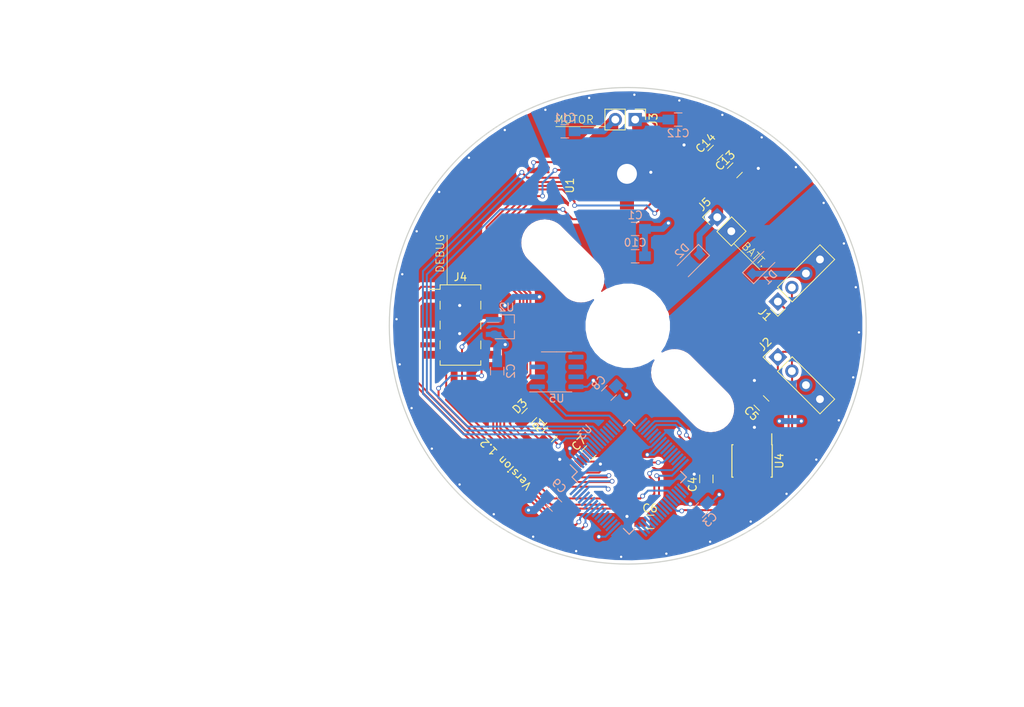
<source format=kicad_pcb>
(kicad_pcb (version 20171130) (host pcbnew "(5.1.9)-1")
  (title_block (title "ECU for Wolley Centrifugal Fan") (date 2021-02-14) (rev 1.0) (company "Knekt Technologies AB"))
  (layers (0 F.Cu signal) (31 B.Cu signal) (34 B.Paste user) (35 F.Paste user) (36 B.SilkS user) (37 F.SilkS user) (38 B.Mask user) (39 F.Mask user) (44 Edge.Cuts user))
  (net 0 "")
  (net 1 GND)
  (net 2 +5V)
  (net 3 SWCLK)
  (net 4 SWD)
  (net 5 PC_TXD)
  (net 6 PC_RXD)
  (net 7 SPEED_SENSOR_OUTPUT)
  (net 8 "Net-(U3-Pad3)")
  (net 9 "Net-(U3-Pad4)")
  (net 10 "Net-(U3-Pad5)")
  (net 11 "Net-(U3-Pad6)")
  (net 12 "Net-(U3-Pad7)")
  (net 13 "Net-(U3-Pad12)")
  (net 14 "Net-(U3-Pad13)")
  (net 15 "Net-(U3-Pad14)")
  (net 16 "Net-(U3-Pad15)")
  (net 17 "Net-(U3-Pad17)")
  (net 18 CAN_TxD)
  (net 19 CAN_RxD)
  (net 20 "Net-(U3-Pad21)")
  (net 21 "Net-(U3-Pad22)")
  (net 22 "Net-(U3-Pad26)")
  (net 23 "Net-(U3-Pad27)")
  (net 24 "Net-(U3-Pad29)")
  (net 25 "Net-(U3-Pad30)")
  (net 26 "Net-(U3-Pad33)")
  (net 27 "Net-(U3-Pad34)")
  (net 28 "Net-(U3-Pad37)")
  (net 29 CAN_STANDBY)
  (net 30 "Net-(U3-Pad39)")
  (net 31 "Net-(U3-Pad40)")
  (net 32 "Net-(U3-Pad41)")
  (net 33 "Net-(U3-Pad42)")
  (net 34 "Net-(U3-Pad43)")
  (net 35 "Net-(U3-Pad44)")
  (net 36 "Net-(U3-Pad45)")
  (net 37 "Net-(U3-Pad46)")
  (net 38 "Net-(U3-Pad47)")
  (net 39 "Net-(U3-Pad48)")
  (net 40 "Net-(U3-Pad51)")
  (net 41 "Net-(U3-Pad52)")
  (net 42 "Net-(U3-Pad53)")
  (net 43 "Net-(U3-Pad54)")
  (net 44 "Net-(U3-Pad55)")
  (net 45 "Net-(U3-Pad56)")
  (net 46 "Net-(U3-Pad59)")
  (net 47 "Net-(U3-Pad60)")
  (net 48 "Net-(U3-Pad61)")
  (net 49 CAN-)
  (net 50 CAN+)
  (net 51 "Net-(U3-Pad18)")
  (net 52 MOTOR_OUT1)
  (net 53 MOTOR_OUT2)
  (net 54 MOTOR_DISABLE)
  (net 55 MOTOR_PWM)
  (net 56 MOTOR_DIRECTION)
  (net 57 MOTOR_DRIVER_SS)
  (net 58 SCLK)
  (net 59 MOSI)
  (net 60 MISO)
  (net 61 +BATT)
  (net 62 "Net-(D3-Pad2)")
  (net 63 STATUS_LED)
  (net 64 TEMP_SENSOR_OUTPUT)
  (net 65 "Net-(U5-Pad2)")
  (net 66 "Net-(U5-Pad3)")
  (net 67 "Net-(U5-Pad5)")
  (net 68 "Net-(U5-Pad6)")
  (net 69 "Net-(U5-Pad7)")
  (module WheelECU:Motor_Center_Hole (layer F.Cu) (at 131.8 98.4)
    (fp_text reference M** hide)
    (fp_text value Motor_Center_Hole hide)
    (pad "" np_thru_hole circle (at 0 0) (size 10 10) (drill 10) (layers *.Cu *.Mask) (clearance 0.01))
  )
  (module WheelECU:Mount_Hole_M3x6.5 (layer F.Cu) (at 123.5 90.1 135)
    (fp_text reference M** hide)
    (fp_text value Motor_Mount_Hole hide)
    (pad "" np_thru_hole oval (at 0 0 135) (size 9.75 3.2) (drill oval 9.75 3.2) (layers *.Cu *.Mask) (clearance 1.4))
  )
  (module WheelECU:Pin_Header_Straight_2x04_Pitch2.54mm_SMD (layer F.Cu) (at 110.4 98.3)
    (fp_text reference J4 (at 0 -6.14) (layer F.SilkS))
    (fp_text value Debug)
    (pad 8 smd rect (at 3.025 3.81) (size 3.65 1) (layers F.Cu F.Paste F.Mask) (net 6 PC_RXD))
    (pad 7 smd rect (at -3.025 3.81) (size 3.65 1) (layers F.Cu F.Paste F.Mask) (net 5 PC_TXD))
    (pad 6 smd rect (at 3.025 1.27) (size 3.65 1) (layers F.Cu F.Paste F.Mask) (net 2 +5V))
    (pad 5 smd rect (at -3.025 1.27) (size 3.65 1) (layers F.Cu F.Paste F.Mask) (net 1 GND))
    (pad 4 smd rect (at 3.025 -1.27) (size 3.65 1) (layers F.Cu F.Paste F.Mask) (net 1 GND))
    (pad 3 smd rect (at -3.025 -1.27) (size 3.65 1) (layers F.Cu F.Paste F.Mask) (net 2 +5V))
    (pad 2 smd rect (at 3.025 -3.81) (size 3.65 1) (layers F.Cu F.Paste F.Mask) (net 4 SWD))
    (pad 1 smd rect (at -3.025 -3.81) (size 3.65 1) (layers F.Cu F.Paste F.Mask) (net 3 SWCLK))
  )
  (module WheelECU:Mount_Hole_M3x6.5 (layer F.Cu) (at 140.1 106.7 135)
    (fp_text reference M** hide)
    (fp_text value Motor_Mount_Hole hide)
    (pad "" np_thru_hole oval (at 0 0 135) (size 9.75 3.2) (drill oval 9.75 3.2) (layers *.Cu *.Mask) (clearance 1.4))
  )
  (module WheelECU:TQFP-64_10x10mm_Pitch0.5mm_Handsoldering (layer B.Cu) (at 131.989161 117.764035 315)
    (fp_text reference U3 (at -8.098633 -0.052944 225) (layer B.SilkS) (effects (justify mirror)))
    (fp_text value XMC1404_F064)
    (pad 49 smd rect (at 3.75 5.95 225) (size 2 0.3) (layers B.Cu B.Paste B.Mask) (net 1 GND))
    (pad 33 smd rect (at 5.95 -3.75 315) (size 2 0.3) (layers B.Cu B.Paste B.Mask) (net 26 "Net-(U3-Pad33)"))
    (pad 17 smd rect (at -3.75 -5.95 225) (size 2 0.3) (layers B.Cu B.Paste B.Mask) (net 17 "Net-(U3-Pad17)"))
    (pad 1 smd rect (at -5.95 3.75 315) (size 2 0.3) (layers B.Cu B.Paste B.Mask) (net 1 GND))
    (pad 2 smd rect (at -5.95 3.25 315) (size 2 0.3) (layers B.Cu B.Paste B.Mask) (net 2 +5V))
    (pad 3 smd rect (at -5.95 2.75 315) (size 2 0.3) (layers B.Cu B.Paste B.Mask) (net 8 "Net-(U3-Pad3)"))
    (pad 4 smd rect (at -5.95 2.25 315) (size 2 0.3) (layers B.Cu B.Paste B.Mask) (net 9 "Net-(U3-Pad4)"))
    (pad 5 smd rect (at -5.95 1.75 315) (size 2 0.3) (layers B.Cu B.Paste B.Mask) (net 10 "Net-(U3-Pad5)"))
    (pad 6 smd rect (at -5.95 1.25 315) (size 2 0.3) (layers B.Cu B.Paste B.Mask) (net 11 "Net-(U3-Pad6)"))
    (pad 7 smd rect (at -5.95 0.75 315) (size 2 0.3) (layers B.Cu B.Paste B.Mask) (net 12 "Net-(U3-Pad7)"))
    (pad 8 smd rect (at -5.95 0.25 315) (size 2 0.3) (layers B.Cu B.Paste B.Mask) (net 63 STATUS_LED))
    (pad 9 smd rect (at -5.95 -0.25 315) (size 2 0.3) (layers B.Cu B.Paste B.Mask) (net 58 SCLK))
    (pad 10 smd rect (at -5.95 -0.75 315) (size 2 0.3) (layers B.Cu B.Paste B.Mask) (net 59 MOSI))
    (pad 11 smd rect (at -5.95 -1.25 315) (size 2 0.3) (layers B.Cu B.Paste B.Mask) (net 60 MISO))
    (pad 12 smd rect (at -5.95 -1.75 315) (size 2 0.3) (layers B.Cu B.Paste B.Mask) (net 13 "Net-(U3-Pad12)"))
    (pad 13 smd rect (at -5.95 -2.25 315) (size 2 0.3) (layers B.Cu B.Paste B.Mask) (net 14 "Net-(U3-Pad13)"))
    (pad 14 smd rect (at -5.95 -2.75 315) (size 2 0.3) (layers B.Cu B.Paste B.Mask) (net 15 "Net-(U3-Pad14)"))
    (pad 15 smd rect (at -5.95 -3.25 315) (size 2 0.3) (layers B.Cu B.Paste B.Mask) (net 16 "Net-(U3-Pad15)"))
    (pad 16 smd rect (at -5.95 -3.75 315) (size 2 0.3) (layers B.Cu B.Paste B.Mask) (net 64 TEMP_SENSOR_OUTPUT))
    (pad 18 smd rect (at -3.25 -5.95 225) (size 2 0.3) (layers B.Cu B.Paste B.Mask) (net 51 "Net-(U3-Pad18)"))
    (pad 19 smd rect (at -2.75 -5.95 225) (size 2 0.3) (layers B.Cu B.Paste B.Mask) (net 19 CAN_RxD))
    (pad 20 smd rect (at -2.25 -5.95 225) (size 2 0.3) (layers B.Cu B.Paste B.Mask) (net 18 CAN_TxD))
    (pad 21 smd rect (at -1.75 -5.95 225) (size 2 0.3) (layers B.Cu B.Paste B.Mask) (net 20 "Net-(U3-Pad21)"))
    (pad 22 smd rect (at -1.25 -5.95 225) (size 2 0.3) (layers B.Cu B.Paste B.Mask) (net 21 "Net-(U3-Pad22)"))
    (pad 23 smd rect (at -0.75 -5.95 225) (size 2 0.3) (layers B.Cu B.Paste B.Mask) (net 1 GND))
    (pad 24 smd rect (at -0.25 -5.95 225) (size 2 0.3) (layers B.Cu B.Paste B.Mask) (net 2 +5V))
    (pad 25 smd rect (at 0.25 -5.95 225) (size 2 0.3) (layers B.Cu B.Paste B.Mask) (net 2 +5V))
    (pad 26 smd rect (at 0.75 -5.95 225) (size 2 0.3) (layers B.Cu B.Paste B.Mask) (net 22 "Net-(U3-Pad26)"))
    (pad 27 smd rect (at 1.25 -5.95 225) (size 2 0.3) (layers B.Cu B.Paste B.Mask) (net 23 "Net-(U3-Pad27)"))
    (pad 28 smd rect (at 1.75 -5.95 225) (size 2 0.3) (layers B.Cu B.Paste B.Mask) (net 57 MOTOR_DRIVER_SS))
    (pad 29 smd rect (at 2.25 -5.95 225) (size 2 0.3) (layers B.Cu B.Paste B.Mask) (net 24 "Net-(U3-Pad29)"))
    (pad 30 smd rect (at 2.75 -5.95 225) (size 2 0.3) (layers B.Cu B.Paste B.Mask) (net 25 "Net-(U3-Pad30)"))
    (pad 31 smd rect (at 3.25 -5.95 225) (size 2 0.3) (layers B.Cu B.Paste B.Mask) (net 5 PC_TXD))
    (pad 32 smd rect (at 3.75 -5.95 225) (size 2 0.3) (layers B.Cu B.Paste B.Mask) (net 6 PC_RXD))
    (pad 50 smd rect (at 3.25 5.95 225) (size 2 0.3) (layers B.Cu B.Paste B.Mask) (net 2 +5V))
    (pad 51 smd rect (at 2.75 5.95 225) (size 2 0.3) (layers B.Cu B.Paste B.Mask) (net 40 "Net-(U3-Pad51)"))
    (pad 52 smd rect (at 2.25 5.95 225) (size 2 0.3) (layers B.Cu B.Paste B.Mask) (net 41 "Net-(U3-Pad52)"))
    (pad 53 smd rect (at 1.75 5.95 225) (size 2 0.3) (layers B.Cu B.Paste B.Mask) (net 42 "Net-(U3-Pad53)"))
    (pad 54 smd rect (at 1.25 5.95 225) (size 2 0.3) (layers B.Cu B.Paste B.Mask) (net 43 "Net-(U3-Pad54)"))
    (pad 55 smd rect (at 0.75 5.95 225) (size 2 0.3) (layers B.Cu B.Paste B.Mask) (net 44 "Net-(U3-Pad55)"))
    (pad 56 smd rect (at 0.25 5.95 225) (size 2 0.3) (layers B.Cu B.Paste B.Mask) (net 45 "Net-(U3-Pad56)"))
    (pad 57 smd rect (at -0.25 5.95 225) (size 2 0.3) (layers B.Cu B.Paste B.Mask) (net 4 SWD))
    (pad 58 smd rect (at -0.75 5.95 225) (size 2 0.3) (layers B.Cu B.Paste B.Mask) (net 3 SWCLK))
    (pad 59 smd rect (at -1.25 5.95 225) (size 2 0.3) (layers B.Cu B.Paste B.Mask) (net 46 "Net-(U3-Pad59)"))
    (pad 60 smd rect (at -1.75 5.95 225) (size 2 0.3) (layers B.Cu B.Paste B.Mask) (net 47 "Net-(U3-Pad60)"))
    (pad 61 smd rect (at -2.25 5.95 225) (size 2 0.3) (layers B.Cu B.Paste B.Mask) (net 48 "Net-(U3-Pad61)"))
    (pad 62 smd rect (at -2.75 5.95 225) (size 2 0.3) (layers B.Cu B.Paste B.Mask) (net 54 MOTOR_DISABLE))
    (pad 63 smd rect (at -3.25 5.95 225) (size 2 0.3) (layers B.Cu B.Paste B.Mask) (net 55 MOTOR_PWM))
    (pad 64 smd rect (at -3.75 5.95 225) (size 2 0.3) (layers B.Cu B.Paste B.Mask) (net 56 MOTOR_DIRECTION))
    (pad 34 smd rect (at 5.95 -3.25 315) (size 2 0.3) (layers B.Cu B.Paste B.Mask) (net 27 "Net-(U3-Pad34)"))
    (pad 35 smd rect (at 5.95 -2.75 315) (size 2 0.3) (layers B.Cu B.Paste B.Mask) (net 2 +5V))
    (pad 36 smd rect (at 5.95 -2.25 315) (size 2 0.3) (layers B.Cu B.Paste B.Mask) (net 7 SPEED_SENSOR_OUTPUT))
    (pad 37 smd rect (at 5.95 -1.75 315) (size 2 0.3) (layers B.Cu B.Paste B.Mask) (net 28 "Net-(U3-Pad37)"))
    (pad 38 smd rect (at 5.95 -1.25 315) (size 2 0.3) (layers B.Cu B.Paste B.Mask) (net 29 CAN_STANDBY))
    (pad 39 smd rect (at 5.95 -0.75 315) (size 2 0.3) (layers B.Cu B.Paste B.Mask) (net 30 "Net-(U3-Pad39)"))
    (pad 40 smd rect (at 5.95 -0.25 315) (size 2 0.3) (layers B.Cu B.Paste B.Mask) (net 31 "Net-(U3-Pad40)"))
    (pad 41 smd rect (at 5.95 0.25 315) (size 2 0.3) (layers B.Cu B.Paste B.Mask) (net 32 "Net-(U3-Pad41)"))
    (pad 42 smd rect (at 5.95 0.75 315) (size 2 0.3) (layers B.Cu B.Paste B.Mask) (net 33 "Net-(U3-Pad42)"))
    (pad 43 smd rect (at 5.95 1.25 315) (size 2 0.3) (layers B.Cu B.Paste B.Mask) (net 34 "Net-(U3-Pad43)"))
    (pad 44 smd rect (at 5.95 1.75 315) (size 2 0.3) (layers B.Cu B.Paste B.Mask) (net 35 "Net-(U3-Pad44)"))
    (pad 45 smd rect (at 5.95 2.25 315) (size 2 0.3) (layers B.Cu B.Paste B.Mask) (net 36 "Net-(U3-Pad45)"))
    (pad 46 smd rect (at 5.95 2.75 315) (size 2 0.3) (layers B.Cu B.Paste B.Mask) (net 37 "Net-(U3-Pad46)"))
    (pad 47 smd rect (at 5.95 3.25 315) (size 2 0.3) (layers B.Cu B.Paste B.Mask) (net 38 "Net-(U3-Pad47)"))
    (pad 48 smd rect (at 5.95 3.75 315) (size 2 0.3) (layers B.Cu B.Paste B.Mask) (net 39 "Net-(U3-Pad48)"))
  )
  (module Mount_Holes:Edge_Via (layer F.Cu) (at 155.92061 115.534941 348.75)
    (fp_text reference REF** hide)
    (fp_text value Edge_Via hide)
    (pad 1 thru_hole circle (at 0 0 348.75) (size 0.6 0.6) (drill 0.3) (layers *.Cu) (net 1 GND))
  )
  (module Mount_Holes:Edge_Via (layer F.Cu) (at 152.114278 119.911395 337.5)
    (fp_text reference REF** hide)
    (fp_text value Edge_Via hide)
    (pad 1 thru_hole circle (at 0 0 337.5) (size 0.6 0.6) (drill 0.3) (layers *.Cu) (net 1 GND))
  )
  (module Mount_Holes:Edge_Via (layer F.Cu) (at 147.52728 123.461179 326.25)
    (fp_text reference REF** hide)
    (fp_text value Edge_Via hide)
    (pad 1 thru_hole circle (at 0 0 326.25) (size 0.6 0.6) (drill 0.3) (layers *.Cu) (net 1 GND))
  )
  (module Mount_Holes:Edge_Via (layer F.Cu) (at 142.335891 126.047875 315)
    (fp_text reference REF** hide)
    (fp_text value Edge_Via hide)
    (pad 1 thru_hole circle (at 0 0 315) (size 0.6 0.6) (drill 0.3) (layers *.Cu) (net 1 GND))
  )
  (module Mount_Holes:Edge_Via (layer F.Cu) (at 136.739614 127.572079 303.75)
    (fp_text reference REF** hide)
    (fp_text value Edge_Via hide)
    (pad 1 thru_hole circle (at 0 0 303.75) (size 0.6 0.6) (drill 0.3) (layers *.Cu) (net 1 GND))
  )
  (module Mount_Holes:Edge_Via (layer F.Cu) (at 130.95351 127.975217 292.5)
    (fp_text reference REF** hide)
    (fp_text value Edge_Via hide)
    (pad 1 thru_hole circle (at 0 0 292.5) (size 0.6 0.6) (drill 0.3) (layers *.Cu) (net 1 GND))
  )
  (module Mount_Holes:Edge_Via (layer F.Cu) (at 125.199937 127.241795 281.25)
    (fp_text reference REF** hide)
    (fp_text value Edge_Via hide)
    (pad 1 thru_hole circle (at 0 0 281.25) (size 0.6 0.6) (drill 0.3) (layers *.Cu) (net 1 GND))
  )
  (module Mount_Holes:Edge_Via (layer F.Cu) (at 119.7 125.4 270)
    (fp_text reference REF** hide)
    (fp_text value Edge_Via hide)
    (pad 1 thru_hole circle (at 0 0 270) (size 0.6 0.6) (drill 0.3) (layers *.Cu) (net 1 GND))
  )
  (module Mount_Holes:Edge_Via (layer F.Cu) (at 114.665059 122.52061 258.75)
    (fp_text reference REF** hide)
    (fp_text value Edge_Via hide)
    (pad 1 thru_hole circle (at 0 0 258.75) (size 0.6 0.6) (drill 0.3) (layers *.Cu) (net 1 GND))
  )
  (module Mount_Holes:Edge_Via (layer F.Cu) (at 110.288605 118.714278 247.5)
    (fp_text reference REF** hide)
    (fp_text value Edge_Via hide)
    (pad 1 thru_hole circle (at 0 0 247.5) (size 0.6 0.6) (drill 0.3) (layers *.Cu) (net 1 GND))
  )
  (module Mount_Holes:Edge_Via (layer F.Cu) (at 106.738821 114.12728 236.25)
    (fp_text reference REF** hide)
    (fp_text value Edge_Via hide)
    (pad 1 thru_hole circle (at 0 0 236.25) (size 0.6 0.6) (drill 0.3) (layers *.Cu) (net 1 GND))
  )
  (module Mount_Holes:Edge_Via (layer F.Cu) (at 104.152125 108.935891 225)
    (fp_text reference REF** hide)
    (fp_text value Edge_Via hide)
    (pad 1 thru_hole circle (at 0 0 225) (size 0.6 0.6) (drill 0.3) (layers *.Cu) (net 1 GND))
  )
  (module Mount_Holes:Edge_Via (layer F.Cu) (at 102.627921 103.339614 213.75)
    (fp_text reference REF** hide)
    (fp_text value Edge_Via hide)
    (pad 1 thru_hole circle (at 0 0 213.75) (size 0.6 0.6) (drill 0.3) (layers *.Cu) (net 1 GND))
  )
  (module Mount_Holes:Edge_Via (layer F.Cu) (at 102.224783 97.55351 202.5)
    (fp_text reference REF** hide)
    (fp_text value Edge_Via hide)
    (pad 1 thru_hole circle (at 0 0 202.5) (size 0.6 0.6) (drill 0.3) (layers *.Cu) (net 1 GND))
  )
  (module Mount_Holes:Edge_Via (layer F.Cu) (at 102.958205 91.799937 191.25)
    (fp_text reference REF** hide)
    (fp_text value Edge_Via hide)
    (pad 1 thru_hole circle (at 0 0 191.25) (size 0.6 0.6) (drill 0.3) (layers *.Cu) (net 1 GND))
  )
  (module Mount_Holes:Edge_Via (layer F.Cu) (at 104.8 86.3 180)
    (fp_text reference REF** hide)
    (fp_text value Edge_Via hide)
    (pad 1 thru_hole circle (at 0 0 180) (size 0.6 0.6) (drill 0.3) (layers *.Cu) (net 1 GND))
  )
  (module Mount_Holes:Edge_Via (layer F.Cu) (at 107.67939 81.265059 168.75)
    (fp_text reference REF** hide)
    (fp_text value Edge_Via hide)
    (pad 1 thru_hole circle (at 0 0 168.75) (size 0.6 0.6) (drill 0.3) (layers *.Cu) (net 1 GND))
  )
  (module Mount_Holes:Edge_Via (layer F.Cu) (at 111.485722 76.888605 157.5)
    (fp_text reference REF** hide)
    (fp_text value Edge_Via hide)
    (pad 1 thru_hole circle (at 0 0 157.5) (size 0.6 0.6) (drill 0.3) (layers *.Cu) (net 1 GND))
  )
  (module Mount_Holes:Edge_Via (layer F.Cu) (at 116.07272 73.338821 146.25)
    (fp_text reference REF** hide)
    (fp_text value Edge_Via hide)
    (pad 1 thru_hole circle (at 0 0 146.25) (size 0.6 0.6) (drill 0.3) (layers *.Cu) (net 1 GND))
  )
  (module Mount_Holes:Edge_Via (layer F.Cu) (at 121.264109 70.752125 135)
    (fp_text reference REF** hide)
    (fp_text value Edge_Via hide)
    (pad 1 thru_hole circle (at 0 0 135) (size 0.6 0.6) (drill 0.3) (layers *.Cu) (net 1 GND))
  )
  (module Mount_Holes:Edge_Via (layer F.Cu) (at 126.860386 69.227921 123.75)
    (fp_text reference REF** hide)
    (fp_text value Edge_Via hide)
    (pad 1 thru_hole circle (at 0 0 123.75) (size 0.6 0.6) (drill 0.3) (layers *.Cu) (net 1 GND))
  )
  (module Mount_Holes:Edge_Via (layer F.Cu) (at 132.64649 68.824783 112.5)
    (fp_text reference REF** hide)
    (fp_text value Edge_Via hide)
    (pad 1 thru_hole circle (at 0 0 112.5) (size 0.6 0.6) (drill 0.3) (layers *.Cu) (net 1 GND))
  )
  (module Mount_Holes:Edge_Via (layer F.Cu) (at 138.400063 69.558205 101.25)
    (fp_text reference REF** hide)
    (fp_text value Edge_Via hide)
    (pad 1 thru_hole circle (at 0 0 101.25) (size 0.6 0.6) (drill 0.3) (layers *.Cu) (net 1 GND))
  )
  (module Mount_Holes:Edge_Via (layer F.Cu) (at 143.9 71.4 90)
    (fp_text reference REF** hide)
    (fp_text value Edge_Via hide)
    (pad 1 thru_hole circle (at 0 0 90) (size 0.6 0.6) (drill 0.3) (layers *.Cu) (net 1 GND))
  )
  (module Mount_Holes:Edge_Via (layer F.Cu) (at 148.934941 74.27939 78.75)
    (fp_text reference REF** hide)
    (fp_text value Edge_Via hide)
    (pad 1 thru_hole circle (at 0 0 78.75) (size 0.6 0.6) (drill 0.3) (layers *.Cu) (net 1 GND))
  )
  (module Mount_Holes:Edge_Via (layer F.Cu) (at 153.311395 78.085722 67.5)
    (fp_text reference REF** hide)
    (fp_text value Edge_Via hide)
    (pad 1 thru_hole circle (at 0 0 67.5) (size 0.6 0.6) (drill 0.3) (layers *.Cu) (net 1 GND))
  )
  (module Mount_Holes:Edge_Via (layer F.Cu) (at 156.861179 82.67272 56.25)
    (fp_text reference REF** hide)
    (fp_text value Edge_Via hide)
    (pad 1 thru_hole circle (at 0 0 56.25) (size 0.6 0.6) (drill 0.3) (layers *.Cu) (net 1 GND))
  )
  (module Mount_Holes:Edge_Via (layer F.Cu) (at 159.447875 87.864109 45)
    (fp_text reference REF** hide)
    (fp_text value Edge_Via hide)
    (pad 1 thru_hole circle (at 0 0 45) (size 0.6 0.6) (drill 0.3) (layers *.Cu) (net 1 GND))
  )
  (module Mount_Holes:Edge_Via (layer F.Cu) (at 160.972079 93.460386 33.75)
    (fp_text reference REF** hide)
    (fp_text value Edge_Via hide)
    (pad 1 thru_hole circle (at 0 0 33.75) (size 0.6 0.6) (drill 0.3) (layers *.Cu) (net 1 GND))
  )
  (module Mount_Holes:Edge_Via (layer F.Cu) (at 161.375217 99.24649 22.5)
    (fp_text reference REF** hide)
    (fp_text value Edge_Via hide)
    (pad 1 thru_hole circle (at 0 0 22.5) (size 0.6 0.6) (drill 0.3) (layers *.Cu) (net 1 GND))
  )
  (module Mount_Holes:Edge_Via (layer F.Cu) (at 160.641795 105.000063 11.25)
    (fp_text reference REF** hide)
    (fp_text value Edge_Via hide)
    (pad 1 thru_hole circle (at 0 0 11.25) (size 0.6 0.6) (drill 0.3) (layers *.Cu) (net 1 GND))
  )
  (module Capacitors_SMD:C_0805_HandSoldering (layer B.Cu) (at 132.75 86)
    (fp_text reference C1 (at 0 -1.75) (layer B.SilkS) (effects (justify mirror)))
    (fp_text value 1uF)
    (pad 1 smd rect (at -1.25 0) (size 1.5 1.25) (layers B.Cu B.Paste B.Mask) (net 1 GND))
    (pad 2 smd rect (at 1.25 0) (size 1.5 1.25) (layers B.Cu B.Paste B.Mask) (net 2 +5V))
  )
  (module Capacitors_SMD:C_0805_HandSoldering (layer B.Cu) (at 115.1 104.2 90)
    (fp_text reference C2 (at 0 1.75 270) (layer B.SilkS) (effects (justify mirror)))
    (fp_text value 47nF)
    (pad 1 smd rect (at -1.25 0 90) (size 1.5 1.25) (layers B.Cu B.Paste B.Mask) (net 1 GND))
    (pad 2 smd rect (at 1.25 0 90) (size 1.5 1.25) (layers B.Cu B.Paste B.Mask) (net 2 +5V))
  )
  (module Capacitors_SMD:C_0805_HandSoldering (layer B.Cu) (at 141.1 122 45)
    (fp_text reference C3 (at 0 1.75 45) (layer B.SilkS) (effects (justify mirror)))
    (fp_text value 100nF)
    (pad 1 smd rect (at -1.25 0 45) (size 1.5 1.25) (layers B.Cu B.Paste B.Mask) (net 1 GND))
    (pad 2 smd rect (at 1.25 0 45) (size 1.5 1.25) (layers B.Cu B.Paste B.Mask) (net 2 +5V))
  )
  (module Capacitors_SMD:C_0805_HandSoldering (layer F.Cu) (at 141.85 118 270)
    (fp_text reference C4 (at 0.7 1.75 270) (layer F.SilkS))
    (fp_text value 100nF)
    (pad 1 smd rect (at -1.25 0 270) (size 1.5 1.25) (layers F.Cu F.Paste F.Mask) (net 1 GND))
    (pad 2 smd rect (at 1.25 0 270) (size 1.5 1.25) (layers F.Cu F.Paste F.Mask) (net 2 +5V))
  )
  (module Capacitors_SMD:C_0805_HandSoldering (layer F.Cu) (at 148.9 108.3 135)
    (fp_text reference C5 (at 0 -1.838478 135) (layer F.SilkS))
    (fp_text value 100nF)
    (pad 1 smd rect (at -1.25 0 135) (size 1.5 1.25) (layers F.Cu F.Paste F.Mask) (net 2 +5V))
    (pad 2 smd rect (at 1.25 0 135) (size 1.5 1.25) (layers F.Cu F.Paste F.Mask) (net 1 GND))
  )
  (module Pin_Headers:Pin_Header_Straight_1x04_Pitch2.54mm (layer F.Cu) (at 151 95.296051 135)
    (fp_text reference J1 (at 0 -2.33 135) (layer F.SilkS))
    (fp_text value Conn_01x04)
    (pad 1 thru_hole rect (at 0 0 135) (size 1.7 1.7) (drill 1) (layers *.Cu *.Mask) (net 49 CAN-))
    (pad 2 thru_hole oval (at 0 2.54 135) (size 1.7 1.7) (drill 1) (layers *.Cu *.Mask) (net 50 CAN+))
    (pad 3 thru_hole oval (at 0 5.08 135) (size 1.7 1.7) (drill 1) (layers *.Cu *.Mask) (net 2 +5V))
    (pad 4 thru_hole oval (at 0 7.62 135) (size 1.7 1.7) (drill 1) (layers *.Cu *.Mask) (net 1 GND))
  )
  (module Pin_Headers:Pin_Header_Straight_1x04_Pitch2.54mm (layer F.Cu) (at 151 102.403949 45)
    (fp_text reference J2 (at 0 -2.33 45) (layer F.SilkS))
    (fp_text value Conn_01x04)
    (pad 1 thru_hole rect (at 0 0 45) (size 1.7 1.7) (drill 1) (layers *.Cu *.Mask) (net 49 CAN-))
    (pad 2 thru_hole oval (at 0 2.54 45) (size 1.7 1.7) (drill 1) (layers *.Cu *.Mask) (net 50 CAN+))
    (pad 3 thru_hole oval (at 0 5.08 45) (size 1.7 1.7) (drill 1) (layers *.Cu *.Mask) (net 2 +5V))
    (pad 4 thru_hole oval (at 0 7.62 45) (size 1.7 1.7) (drill 1) (layers *.Cu *.Mask) (net 1 GND))
  )
  (module TO_SOT_Packages_SMD:TSOT-23_HandSoldering (layer B.Cu) (at 116.35 98.55)
    (fp_text reference U2 (at -0.05 -2.5) (layer B.SilkS) (effects (justify mirror)))
    (fp_text value TLE4964)
    (pad 1 smd rect (at -1.71 0.95) (size 2 0.65) (layers B.Cu B.Paste B.Mask) (net 2 +5V))
    (pad 2 smd rect (at -1.71 -0.95) (size 2 0.65) (layers B.Cu B.Paste B.Mask) (net 7 SPEED_SENSOR_OUTPUT))
    (pad 3 smd rect (at 1.71 0) (size 2 0.65) (layers B.Cu B.Paste B.Mask) (net 1 GND))
  )
  (module Housings_SOIC:SOIC-8_3.9x4.9mm_Pitch1.27mm (layer F.Cu) (at 147.7 115.7 270)
    (fp_text reference U4 (at 0 -3.5 270) (layer F.SilkS))
    (fp_text value TLE7251)
    (pad 1 smd rect (at -2.7 -1.905 270) (size 1.55 0.6) (layers F.Cu F.Paste F.Mask) (net 18 CAN_TxD))
    (pad 2 smd rect (at -2.7 -0.635 270) (size 1.55 0.6) (layers F.Cu F.Paste F.Mask) (net 1 GND))
    (pad 3 smd rect (at -2.7 0.635 270) (size 1.55 0.6) (layers F.Cu F.Paste F.Mask) (net 2 +5V))
    (pad 4 smd rect (at -2.7 1.905 270) (size 1.55 0.6) (layers F.Cu F.Paste F.Mask) (net 19 CAN_RxD))
    (pad 5 smd rect (at 2.7 1.905 270) (size 1.55 0.6) (layers F.Cu F.Paste F.Mask) (net 2 +5V))
    (pad 6 smd rect (at 2.7 0.635 270) (size 1.55 0.6) (layers F.Cu F.Paste F.Mask) (net 49 CAN-))
    (pad 7 smd rect (at 2.7 -0.635 270) (size 1.55 0.6) (layers F.Cu F.Paste F.Mask) (net 50 CAN+))
    (pad 8 smd rect (at 2.7 -1.905 270) (size 1.55 0.6) (layers F.Cu F.Paste F.Mask) (net 29 CAN_STANDBY))
  )
  (module Capacitors_SMD:C_0805_HandSoldering (layer F.Cu) (at 134.65 123.5)
    (fp_text reference C6 (at 0 -1.75) (layer F.SilkS))
    (fp_text value 220nF)
    (pad 1 smd rect (at -1.25 0) (size 1.5 1.25) (layers F.Cu F.Paste F.Mask) (net 1 GND))
    (pad 2 smd rect (at 1.25 0) (size 1.5 1.25) (layers F.Cu F.Paste F.Mask) (net 2 +5V))
  )
  (module Capacitors_SMD:C_0805_HandSoldering (layer F.Cu) (at 126.8 114.7 45)
    (fp_text reference C7 (at 0 -1.75 45) (layer F.SilkS))
    (fp_text value 100nF)
    (pad 1 smd rect (at -1.25 0 45) (size 1.5 1.25) (layers F.Cu F.Paste F.Mask) (net 1 GND))
    (pad 2 smd rect (at 1.25 0 45) (size 1.5 1.25) (layers F.Cu F.Paste F.Mask) (net 2 +5V))
  )
  (module Capacitors_SMD:C_0805_HandSoldering (layer B.Cu) (at 129.4 107 45)
    (fp_text reference C8 (at 0 -1.838478 45) (layer B.SilkS) (effects (justify mirror)))
    (fp_text value 100nF)
    (pad 1 smd rect (at -1.25 0 45) (size 1.5 1.25) (layers B.Cu B.Paste B.Mask) (net 1 GND))
    (pad 2 smd rect (at 1.25 0 45) (size 1.5 1.25) (layers B.Cu B.Paste B.Mask) (net 2 +5V))
  )
  (module Capacitors_SMD:C_0805_HandSoldering (layer B.Cu) (at 122.4 121.2 135)
    (fp_text reference C9 (at 1.202082 2.05061 135) (layer B.SilkS) (effects (justify mirror)))
    (fp_text value 100nF)
    (pad 1 smd rect (at -1.25 0 135) (size 1.5 1.25) (layers B.Cu B.Paste B.Mask) (net 1 GND))
    (pad 2 smd rect (at 1.25 0 135) (size 1.5 1.25) (layers B.Cu B.Paste B.Mask) (net 2 +5V))
  )
  (module Mount_Holes:Edge_Via (layer F.Cu) (at 158.8 110.5)
    (fp_text reference REF** hide)
    (fp_text value Edge_Via hide)
    (pad 1 thru_hole circle (at 0 0) (size 0.6 0.6) (drill 0.3) (layers *.Cu) (net 1 GND))
  )
  (module WheelECU:Logo_Wolley_Interconnect_SolderMask (layer F.Cu) (at 113.03 81.28)
    (fp_text reference G*** hide)
    (fp_text value LOGO hide)
  )
  (module Capacitors_SMD:C_0805_HandSoldering (layer B.Cu) (at 132.75 89.5)
    (fp_text reference C10 (at 0 -1.75 180) (layer B.SilkS) (effects (justify mirror)))
    (fp_text value 100uF)
    (pad 2 smd rect (at 1.25 0) (size 1.5 1.25) (layers B.Cu B.Paste B.Mask) (net 2 +5V))
    (pad 1 smd rect (at -1.25 0) (size 1.5 1.25) (layers B.Cu B.Paste B.Mask) (net 1 GND))
  )
  (module WheelECU:SOIC-12_HeatSlugs (layer F.Cu) (at 131.7 78.95 90)
    (fp_text reference U1 (at -1.5 -7.3 90) (layer F.SilkS))
    (fp_text value IFX9201SG)
    (pad 9 smd rect (at 0.5 -4.975 90) (size 0.65 1.35) (layers F.Cu F.Paste F.Mask) (net 57 MOTOR_DRIVER_SS))
    (pad 10 smd rect (at -0.5 -4.975 90) (size 0.65 1.35) (layers F.Cu F.Paste F.Mask) (net 58 SCLK))
    (pad 11 smd rect (at -1.5 -4.975 90) (size 0.65 1.35) (layers F.Cu F.Paste F.Mask) (net 54 MOTOR_DISABLE))
    (pad 12 smd rect (at -2.5 -4.975 90) (size 0.65 1.35) (layers F.Cu F.Paste F.Mask) (net 55 MOTOR_PWM))
    (pad 8 smd rect (at 1.5 -4.975 90) (size 0.65 1.35) (layers F.Cu F.Paste F.Mask) (net 59 MOSI))
    (pad 7 smd rect (at 2.5 -4.975 90) (size 0.65 1.35) (layers F.Cu F.Paste F.Mask) (net 53 MOTOR_OUT2))
    (pad 6 smd rect (at 2.5 4.975 90) (size 0.65 1.35) (layers F.Cu F.Paste F.Mask) (net 1 GND))
    (pad 5 smd rect (at 1.5 4.975 90) (size 0.65 1.35) (layers F.Cu F.Paste F.Mask) (net 52 MOTOR_OUT1))
    (pad 4 smd rect (at 0.5 4.975 90) (size 0.65 1.35) (layers F.Cu F.Paste F.Mask) (net 61 +BATT))
    (pad 3 smd rect (at -0.5 4.975 90) (size 0.65 1.35) (layers F.Cu F.Paste F.Mask) (net 60 MISO))
    (pad 2 smd rect (at -1.5 4.975 90) (size 0.65 1.35) (layers F.Cu F.Paste F.Mask) (net 2 +5V))
    (pad 1 smd rect (at -2.5 4.975 90) (size 0.65 1.35) (layers F.Cu F.Paste F.Mask) (net 56 MOTOR_DIRECTION))
    (pad 6 thru_hole rect (at 0 0 90) (size 5.1 4.4) (drill 2.55) (layers *.Cu *.Mask) (net 1 GND))
    (pad 6 smd rect (at 3.55 0 90) (size 2 1.8) (layers F.Cu F.Paste F.Mask) (net 1 GND))
    (pad 6 smd rect (at -3.55 0 90) (size 2 1.8) (layers F.Cu F.Paste F.Mask) (net 1 GND))
  )
  (module Connector_PinHeader_2.54mm:PinHeader_1x02_P2.54mm_Vertical (layer F.Cu) (at 143.25 84.5 45)
    (fp_text reference J5 (at 0 -2.33 45) (layer F.SilkS))
    (fp_text value Conn_01x02)
    (pad 1 thru_hole rect (at 0 0 45) (size 1.7 1.7) (drill 1) (layers *.Cu *.Mask) (net 61 +BATT))
    (pad 2 thru_hole oval (at 0 2.54 45) (size 1.7 1.7) (drill 1) (layers *.Cu *.Mask) (net 1 GND))
  )
  (module Diode_SMD:D_SOD-123F (layer B.Cu) (at 140 90.25 225)
    (fp_text reference D2 (at -0.127 1.905 45) (layer B.SilkS) (effects (justify mirror)))
    (fp_text value SMF36A)
    (pad 1 smd rect (at -1.4 0 225) (size 1.1 1.1) (layers B.Cu B.Paste B.Mask) (net 61 +BATT))
    (pad 2 smd rect (at 1.4 0 225) (size 1.1 1.1) (layers B.Cu B.Paste B.Mask) (net 1 GND))
  )
  (module WheelECU:C_0805_HandSoldering (layer B.Cu) (at 123.75 73.5 180)
    (fp_text reference C11 (at 0 1.75) (layer B.SilkS) (effects (justify mirror)))
    (fp_text value 30nF)
    (pad 2 smd rect (at 1.25 0 180) (size 1.5 1.25) (layers B.Cu B.Paste B.Mask) (net 1 GND))
    (pad 1 smd rect (at -1.25 0 180) (size 1.5 1.25) (layers B.Cu B.Paste B.Mask) (net 53 MOTOR_OUT2))
  )
  (module WheelECU:C_0805_HandSoldering (layer B.Cu) (at 138.25 72)
    (fp_text reference C12 (at 0 1.75) (layer B.SilkS) (effects (justify mirror)))
    (fp_text value 30nF)
    (pad 1 smd rect (at -1.25 0) (size 1.5 1.25) (layers B.Cu B.Paste B.Mask) (net 52 MOTOR_OUT1))
    (pad 2 smd rect (at 1.25 0) (size 1.5 1.25) (layers B.Cu B.Paste B.Mask) (net 1 GND))
  )
  (module WheelECU:C_0805_HandSoldering (layer F.Cu) (at 145.5 78.5 45)
    (fp_text reference C13 (at 0 -1.75 45) (layer F.SilkS))
    (fp_text value 100uF)
    (pad 1 smd rect (at -1.25 0 45) (size 1.5 1.25) (layers F.Cu F.Paste F.Mask) (net 61 +BATT))
    (pad 2 smd rect (at 1.25 0 45) (size 1.5 1.25) (layers F.Cu F.Paste F.Mask) (net 1 GND))
  )
  (module WheelECU:C_0805_HandSoldering (layer F.Cu) (at 143 76.25 45)
    (fp_text reference C14 (at 0 -1.75 45) (layer F.SilkS))
    (fp_text value 100nF)
    (pad 2 smd rect (at 1.25 0 45) (size 1.5 1.25) (layers F.Cu F.Paste F.Mask) (net 1 GND))
    (pad 1 smd rect (at -1.25 0 45) (size 1.5 1.25) (layers F.Cu F.Paste F.Mask) (net 61 +BATT))
  )
  (module Diode_SMD:D_SOD-123F (layer B.Cu) (at 148.75 90.75 45)
    (fp_text reference D1 (at -0.127 1.905 45) (layer B.SilkS) (effects (justify mirror)))
    (fp_text value SMF5.0A)
    (pad 1 smd rect (at -1.4 0 45) (size 1.1 1.1) (layers B.Cu B.Paste B.Mask) (net 2 +5V))
    (pad 2 smd rect (at 1.4 0 45) (size 1.1 1.1) (layers B.Cu B.Paste B.Mask) (net 1 GND))
  )
  (module Connector_PinHeader_2.54mm:PinHeader_1x02_P2.54mm_Vertical (layer F.Cu) (at 132.75 72 270)
    (fp_text reference J3 (at 0 -2.33 90) (layer F.SilkS))
    (fp_text value Conn_01x02)
    (pad 1 thru_hole rect (at 0 0 270) (size 1.7 1.7) (drill 1) (layers *.Cu *.Mask) (net 52 MOTOR_OUT1))
    (pad 2 thru_hole oval (at 0 2.54 270) (size 1.7 1.7) (drill 1) (layers *.Cu *.Mask) (net 53 MOTOR_OUT2))
  )
  (module WheelECU:C_0805_HandSoldering (layer F.Cu) (at 119.2 109.9 225)
    (fp_text reference D3 (at 0 1.697056 45) (layer F.SilkS))
    (fp_text value LED)
    (pad 2 smd rect (at 1.25 0 225) (size 1.5 1.25) (layers F.Cu F.Paste F.Mask) (net 62 "Net-(D3-Pad2)"))
    (pad 1 smd rect (at -1.25 0 225) (size 1.5 1.25) (layers F.Cu F.Paste F.Mask) (net 63 STATUS_LED))
  )
  (module WheelECU:C_0805_HandSoldering (layer F.Cu) (at 121.8 112.3 45)
    (fp_text reference R1 (at 0 -1.75 45) (layer F.SilkS))
    (fp_text value R)
    (pad 1 smd rect (at -1.25 0 45) (size 1.5 1.25) (layers F.Cu F.Paste F.Mask) (net 62 "Net-(D3-Pad2)"))
    (pad 2 smd rect (at 1.25 0 45) (size 1.5 1.25) (layers F.Cu F.Paste F.Mask) (net 2 +5V))
  )
  (module Package_SO:SOIC-8_3.9x4.9mm_P1.27mm (layer B.Cu) (at 122.7 104.3)
    (fp_text reference U5 (at 0 3.4) (layer B.SilkS) (effects (justify mirror)))
    (fp_text value LM35-D)
    (pad 1 smd roundrect (at -2.475 1.905) (size 1.95 0.6) (layers B.Cu B.Paste B.Mask) (net 64 TEMP_SENSOR_OUTPUT))
    (pad 2 smd roundrect (at -2.475 0.635) (size 1.95 0.6) (layers B.Cu B.Paste B.Mask) (net 65 "Net-(U5-Pad2)"))
    (pad 3 smd roundrect (at -2.475 -0.635) (size 1.95 0.6) (layers B.Cu B.Paste B.Mask) (net 66 "Net-(U5-Pad3)"))
    (pad 4 smd roundrect (at -2.475 -1.905) (size 1.95 0.6) (layers B.Cu B.Paste B.Mask) (net 1 GND))
    (pad 5 smd roundrect (at 2.475 -1.905) (size 1.95 0.6) (layers B.Cu B.Paste B.Mask) (net 67 "Net-(U5-Pad5)"))
    (pad 6 smd roundrect (at 2.475 -0.635) (size 1.95 0.6) (layers B.Cu B.Paste B.Mask) (net 68 "Net-(U5-Pad6)"))
    (pad 7 smd roundrect (at 2.475 0.635) (size 1.95 0.6) (layers B.Cu B.Paste B.Mask) (net 69 "Net-(U5-Pad7)"))
    (pad 8 smd roundrect (at 2.475 1.905) (size 1.95 0.6) (layers B.Cu B.Paste B.Mask) (net 2 +5V))
  )
  (gr_line (start 108.7 86.8) (end 108.7 93.1) (layer F.SilkS) (width 0.1))
  (gr_text DEBUG (at 107.8 86.6 90) (layer F.SilkS) (effects (font (size 1 1) (thickness 0.1)) (justify right)))
  (gr_text MOTOR (at 122.4 72) (layer F.SilkS) (effects (font (size 1 1) (thickness 0.1)) (justify left)))
  (gr_line (start 128.9 72.9) (end 122.6 72.9) (layer F.SilkS) (width 0.1))
  (gr_line (start 148.7 91.2) (end 145.4 87.9) (layer F.SilkS) (width 0.1))
  (gr_text BATT. (at 149.4 90.7 -45) (layer F.SilkS) (effects (font (size 1 1) (thickness 0.1)) (justify right)))
  (gr_circle (center 131.8 98.4) (end 162.3 98.5) (layer Edge.Cuts) (width 0.15))
  (gr_text "Version 1.2" (at 119.3 119.2 135) (layer F.SilkS) (effects (font (size 1 1)) (justify left)))
  (segment (start 127.983883 115.783883) (end 126.216117 115.783883) (width 0.25) (layer F.Cu) (net 1))
  (segment (start 148.335 113) (end 148.335 111.735) (width 0.5) (layer F.Cu) (net 1))
  (segment (start 148.335 111.735) (end 148 111.4) (width 0.5) (layer F.Cu) (net 1))
  (via (at 148 111.4) (size 0.6) (drill 0.4) (layers F.Cu B.Cu) (net 1))
  (segment (start 148.016117 107.416117) (end 148.016117 105.416117) (width 0.5) (layer F.Cu) (net 1))
  (via (at 148 105.4) (size 0.6) (drill 0.4) (layers F.Cu B.Cu) (net 1))
  (via (at 128.3 116.1) (size 0.6) (drill 0.4) (layers F.Cu B.Cu) (net 1))
  (segment (start 127.983883 115.783883) (end 128.3 116.1) (width 0.25) (layer F.Cu) (net 1))
  (segment (start 133.4 123.5) (end 132.4 123.5) (width 0.25) (layer F.Cu) (net 1))
  (via (at 131.7 122.8) (size 0.6) (drill 0.4) (layers F.Cu B.Cu) (net 1))
  (segment (start 132.4 123.5) (end 131.7 122.8) (width 0.25) (layer F.Cu) (net 1))
  (segment (start 130.2 125.256497) (end 130.2 125.8) (width 0.25) (layer B.Cu) (net 1))
  (segment (start 130 125.056497) (end 130.2 125.256497) (width 0.25) (layer B.Cu) (net 1))
  (segment (start 130.610303 124.446194) (end 130 125.056497) (width 0.25) (layer B.Cu) (net 1))
  (segment (start 135.48934 113.203196) (end 136.392536 112.3) (width 0.25) (layer B.Cu) (net 1))
  (segment (start 134.792536 113.9) (end 134.1 113.9) (width 0.25) (layer B.Cu) (net 1))
  (segment (start 135.48934 113.203196) (end 134.792536 113.9) (width 0.25) (layer B.Cu) (net 1))
  (segment (start 141.85 116.75) (end 140.95 116.75) (width 1) (layer F.Cu) (net 1))
  (segment (start 140.95 116.75) (end 140.3 117.4) (width 1) (layer F.Cu) (net 1))
  (via (at 140.3 117.4) (size 0.6) (drill 0.4) (layers F.Cu B.Cu) (net 1))
  (segment (start 140.216117 122.883883) (end 136.9 126.2) (width 0.25) (layer B.Cu) (net 1))
  (segment (start 136.9 126.2) (end 132.364109 126.2) (width 0.25) (layer B.Cu) (net 1))
  (segment (start 132.364109 126.2) (end 130.787079 124.62297) (width 0.25) (layer B.Cu) (net 1))
  (segment (start 130.787079 124.62297) (end 130.610303 124.446194) (width 0.25) (layer B.Cu) (net 1))
  (via (at 110.3 95.8) (size 0.6) (drill 0.4) (layers F.Cu B.Cu) (net 1))
  (segment (start 113.625 97.03) (end 112.395 95.8) (width 0.25) (layer F.Cu) (net 1))
  (segment (start 110.724264 95.8) (end 110.3 95.8) (width 0.25) (layer F.Cu) (net 1))
  (segment (start 112.395 95.8) (end 110.724264 95.8) (width 0.25) (layer F.Cu) (net 1))
  (segment (start 108.575 99.57) (end 108.745 99.4) (width 0.25) (layer F.Cu) (net 1))
  (via (at 110.3 99.4) (size 0.6) (drill 0.4) (layers F.Cu B.Cu) (net 1))
  (segment (start 108.745 99.4) (end 109.875736 99.4) (width 0.25) (layer F.Cu) (net 1))
  (segment (start 109.875736 99.4) (end 110.3 99.4) (width 0.25) (layer F.Cu) (net 1))
  (segment (start 131.7 75.4) (end 131.7 78.95) (width 0.75) (layer F.Cu) (net 1))
  (segment (start 131.7 82.5) (end 131.7 78.95) (width 0.75) (layer F.Cu) (net 1))
  (via (at 123.1 115.5) (size 0.6) (drill 0.4) (layers F.Cu B.Cu) (net 1))
  (segment (start 123.985177 116.385177) (end 123.399999 115.799999) (width 0.25) (layer B.Cu) (net 1))
  (segment (start 123.399999 115.799999) (end 123.1 115.5) (width 0.25) (layer B.Cu) (net 1))
  (segment (start 125.307002 116.385177) (end 123.985177 116.385177) (width 0.25) (layer B.Cu) (net 1))
  (segment (start 145.092102 86.25) (end 145.046051 86.296051) (width 1.5) (layer B.Cu) (net 1))
  (segment (start 150.734206 86.25) (end 145.092102 86.25) (width 1.5) (layer B.Cu) (net 1))
  (segment (start 157.238153 106.942104) (end 156.388154 107.792103) (width 1.5) (layer B.Cu) (net 1))
  (segment (start 157.238153 103.011847) (end 157.238153 106.942104) (width 1.5) (layer B.Cu) (net 1))
  (segment (start 157.25 103) (end 157.238153 103.011847) (width 1.5) (layer B.Cu) (net 1))
  (segment (start 157.238153 102.988153) (end 157.25 103) (width 1.5) (layer B.Cu) (net 1))
  (segment (start 157.238153 90.757896) (end 157.238153 102.988153) (width 1.5) (layer B.Cu) (net 1))
  (segment (start 156.388154 89.907897) (end 157.238153 90.757896) (width 1.5) (layer B.Cu) (net 1))
  (via (at 134.75 78.75) (size 0.6) (drill 0.4) (layers F.Cu B.Cu) (net 1))
  (segment (start 131.7 75.7) (end 134.75 78.75) (width 0.75) (layer F.Cu) (net 1))
  (segment (start 131.7 75.4) (end 131.7 75.7) (width 0.75) (layer F.Cu) (net 1))
  (via (at 139 75.25) (size 0.6) (drill 0.4) (layers F.Cu B.Cu) (net 1))
  (segment (start 137.8 76.45) (end 139 75.25) (width 0.75) (layer F.Cu) (net 1))
  (segment (start 136.675 76.45) (end 137.8 76.45) (width 0.75) (layer F.Cu) (net 1))
  (segment (start 144.133883 75.366117) (end 146.383883 77.616117) (width 0.75) (layer F.Cu) (net 1))
  (segment (start 143.883883 75.366117) (end 144.133883 75.366117) (width 0.75) (layer F.Cu) (net 1))
  (via (at 148.5 78.25) (size 0.6) (drill 0.4) (layers F.Cu B.Cu) (net 1))
  (segment (start 147.866117 77.616117) (end 148.5 78.25) (width 0.75) (layer F.Cu) (net 1))
  (segment (start 146.383883 77.616117) (end 147.866117 77.616117) (width 0.75) (layer F.Cu) (net 1))
  (segment (start 135.666116 113.02642) (end 135.67358 113.02642) (width 0.25) (layer B.Cu) (net 1))
  (segment (start 135.666116 113.02642) (end 136.692536 112) (width 0.25) (layer B.Cu) (net 1))
  (segment (start 136.692536 112) (end 136.8 112) (width 0.25) (layer B.Cu) (net 1))
  (segment (start 151.2 110.6) (end 154 110.6) (width 0.75) (layer B.Cu) (net 2))
  (via (at 154 110.6) (size 0.6) (drill 0.4) (layers F.Cu B.Cu) (net 2))
  (segment (start 149.783883 109.183883) (end 151.2 110.6) (width 0.75) (layer F.Cu) (net 2))
  (via (at 151.2 110.6) (size 0.6) (drill 0.4) (layers F.Cu B.Cu) (net 2))
  (segment (start 119.524264 122) (end 119.1 122) (width 1) (layer B.Cu) (net 2))
  (segment (start 119.832234 122) (end 119.524264 122) (width 1) (layer B.Cu) (net 2))
  (segment (start 121.516117 120.316117) (end 119.832234 122) (width 1) (layer B.Cu) (net 2))
  (via (at 119.1 122) (size 0.6) (drill 0.4) (layers F.Cu B.Cu) (net 2))
  (segment (start 141.983883 121.116117) (end 142.383883 121.116117) (width 0.25) (layer B.Cu) (net 2))
  (segment (start 142.383883 121.116117) (end 143.5 120) (width 0.25) (layer B.Cu) (net 2))
  (via (at 143.5 120) (size 0.6) (drill 0.4) (layers F.Cu B.Cu) (net 2))
  (segment (start 124.4 114.1) (end 124.4 114.771068) (width 0.25) (layer B.Cu) (net 2))
  (segment (start 124.4 114.771068) (end 125.660555 116.031623) (width 0.25) (layer B.Cu) (net 2))
  (segment (start 125.1 113.4) (end 124.4 114.1) (width 0.25) (layer F.Cu) (net 2))
  (via (at 124.4 114.1) (size 0.6) (drill 0.4) (layers F.Cu B.Cu) (net 2))
  (segment (start 134.724264 114.9) (end 134.3 114.9) (width 0.25) (layer B.Cu) (net 2))
  (segment (start 135.206749 114.9) (end 134.724264 114.9) (width 0.25) (layer B.Cu) (net 2))
  (segment (start 136.196446 113.910303) (end 135.206749 114.9) (width 0.25) (layer B.Cu) (net 2))
  (segment (start 135.842893 113.55675) (end 134.499643 114.9) (width 0.25) (layer B.Cu) (net 2))
  (segment (start 134.499643 114.9) (end 134.3 114.9) (width 0.25) (layer B.Cu) (net 2))
  (via (at 134.3 114.9) (size 0.6) (drill 0.4) (layers F.Cu B.Cu) (net 2))
  (segment (start 115.1 102.85) (end 115.1 101.225) (width 1) (layer B.Cu) (net 2))
  (segment (start 115.1 101.225) (end 115.525 100.8) (width 1) (layer B.Cu) (net 2))
  (segment (start 115.525 100.8) (end 116.1 100.8) (width 1) (layer B.Cu) (net 2))
  (segment (start 114.8 99.5) (end 116.1 100.8) (width 1) (layer B.Cu) (net 2))
  (segment (start 114.64 99.5) (end 114.8 99.5) (width 1) (layer B.Cu) (net 2))
  (via (at 116.1 95.800012) (size 0.6) (drill 0.4) (layers F.Cu B.Cu) (net 2))
  (segment (start 116.1 100.8) (end 116.124979 100.8) (width 1) (layer B.Cu) (net 2))
  (segment (start 116.1 95.800012) (end 116.1 100.775021) (width 0.25) (layer F.Cu) (net 2))
  (via (at 116.124979 100.8) (size 0.6) (drill 0.4) (layers F.Cu B.Cu) (net 2))
  (segment (start 116.1 100.775021) (end 116.124979 100.8) (width 0.25) (layer F.Cu) (net 2))
  (via (at 120.5 94.7) (size 0.6) (drill 0.4) (layers F.Cu B.Cu) (net 2))
  (segment (start 120.075736 94.7) (end 120.5 94.7) (width 0.25) (layer B.Cu) (net 2))
  (via (at 128.1 125.4) (size 0.6) (drill 0.4) (layers F.Cu B.Cu) (net 2))
  (segment (start 130.256749 124.092641) (end 128.94939 125.4) (width 0.25) (layer B.Cu) (net 2))
  (segment (start 128.524264 125.4) (end 128.1 125.4) (width 0.25) (layer B.Cu) (net 2))
  (segment (start 128.94939 125.4) (end 128.524264 125.4) (width 0.25) (layer B.Cu) (net 2))
  (via (at 139.8 121.2) (size 0.6) (drill 0.4) (layers F.Cu B.Cu) (net 2))
  (segment (start 137.964213 119.85) (end 139.314213 121.2) (width 0.25) (layer B.Cu) (net 2))
  (segment (start 139.375736 121.2) (end 139.8 121.2) (width 0.25) (layer B.Cu) (net 2))
  (segment (start 139.314213 121.2) (end 139.375736 121.2) (width 0.25) (layer B.Cu) (net 2))
  (segment (start 117.200012 94.7) (end 116.1 95.800012) (width 0.75) (layer B.Cu) (net 2))
  (segment (start 120.5 94.7) (end 117.200012 94.7) (width 0.75) (layer B.Cu) (net 2))
  (segment (start 154.556102 91.739949) (end 154.592102 91.703949) (width 0.75) (layer B.Cu) (net 2))
  (segment (start 147.760051 91.739949) (end 154.556102 91.739949) (width 0.75) (layer B.Cu) (net 2))
  (via (at 137 85.25) (size 0.6) (drill 0.4) (layers F.Cu B.Cu) (net 2))
  (segment (start 136.25 86) (end 137 85.25) (width 0.75) (layer B.Cu) (net 2))
  (segment (start 134 86) (end 136.25 86) (width 0.75) (layer B.Cu) (net 2))
  (segment (start 134 89.5) (end 134 86) (width 0.75) (layer B.Cu) (net 2))
  (segment (start 127.4 113.4) (end 125.1 113.4) (width 0.25) (layer F.Cu) (net 2))
  (segment (start 127.471231 113.503465) (end 127.471231 113.471231) (width 0.25) (layer F.Cu) (net 2))
  (segment (start 127.471231 113.471231) (end 127.4 113.4) (width 0.25) (layer F.Cu) (net 2))
  (segment (start 127.983883 114.016117) (end 127.471231 113.503465) (width 0.25) (layer F.Cu) (net 2))
  (via (at 127.4 105.4) (size 0.6) (drill 0.4) (layers F.Cu B.Cu) (net 2))
  (segment (start 126.595 106.205) (end 127.4 105.4) (width 0.25) (layer B.Cu) (net 2))
  (segment (start 125.175 106.205) (end 126.595 106.205) (width 0.25) (layer B.Cu) (net 2))
  (via (at 131.6 107.2) (size 0.6) (drill 0.4) (layers F.Cu B.Cu) (net 2))
  (segment (start 130.516117 106.116117) (end 131.6 107.2) (width 0.25) (layer B.Cu) (net 2))
  (segment (start 130.283883 106.116117) (end 130.516117 106.116117) (width 0.25) (layer B.Cu) (net 2))
  (segment (start 125.55 123.5) (end 125.7 123.35) (width 0.25) (layer B.Cu) (net 3))
  (segment (start 125.7 123.35) (end 125.7 122.992536) (width 0.25) (layer B.Cu) (net 3))
  (segment (start 125.7 122.992536) (end 126.827282 121.865254) (width 0.25) (layer B.Cu) (net 3))
  (segment (start 126.827282 121.865254) (end 127.428322 121.264214) (width 0.25) (layer B.Cu) (net 3))
  (via (at 125.55 123.5) (size 0.6) (drill 0.4) (layers F.Cu B.Cu) (net 3))
  (segment (start 125.15 123.9) (end 125.55 123.5) (width 0.25) (layer F.Cu) (net 3))
  (segment (start 123.2 123.9) (end 125.15 123.9) (width 0.25) (layer F.Cu) (net 3))
  (segment (start 104.7 105.4) (end 123.2 123.9) (width 0.25) (layer F.Cu) (net 3))
  (segment (start 104.7 95.6) (end 104.7 105.4) (width 0.25) (layer F.Cu) (net 3))
  (segment (start 108.575 94.49) (end 105.81 94.49) (width 0.25) (layer F.Cu) (net 3))
  (segment (start 105.81 94.49) (end 104.7 95.6) (width 0.25) (layer F.Cu) (net 3))
  (segment (start 126.4 123.9) (end 126.4 122.964304) (width 0.25) (layer B.Cu) (net 4))
  (segment (start 126.4 122.964304) (end 127.482152 121.882152) (width 0.25) (layer B.Cu) (net 4))
  (via (at 126.4 123.9) (size 0.6) (drill 0.4) (layers F.Cu B.Cu) (net 4))
  (segment (start 112.05 94.49) (end 114.125 94.49) (width 0.25) (layer F.Cu) (net 4))
  (segment (start 110.96 93.4) (end 112.05 94.49) (width 0.25) (layer F.Cu) (net 4))
  (segment (start 125.9 124.4) (end 123 124.4) (width 0.25) (layer F.Cu) (net 4))
  (segment (start 126.4 123.9) (end 125.9 124.4) (width 0.25) (layer F.Cu) (net 4))
  (segment (start 104.2 105.6) (end 104.2 94.6) (width 0.25) (layer F.Cu) (net 4))
  (segment (start 104.2 94.6) (end 105.4 93.4) (width 0.25) (layer F.Cu) (net 4))
  (segment (start 123 124.4) (end 104.2 105.6) (width 0.25) (layer F.Cu) (net 4))
  (segment (start 105.4 93.4) (end 110.96 93.4) (width 0.25) (layer F.Cu) (net 4))
  (segment (start 108.575 102.11) (end 108.575 107.875) (width 0.25) (layer F.Cu) (net 5))
  (segment (start 108.575 107.875) (end 122 121.3) (width 0.25) (layer F.Cu) (net 5))
  (segment (start 135.199999 118.324269) (end 134.6 117.72427) (width 0.25) (layer F.Cu) (net 5))
  (segment (start 122 121.3) (end 133.8 121.3) (width 0.25) (layer F.Cu) (net 5))
  (segment (start 133.8 121.3) (end 135.199999 119.900001) (width 0.25) (layer F.Cu) (net 5))
  (segment (start 134.6 117.72427) (end 134.6 117.300006) (width 0.25) (layer F.Cu) (net 5))
  (segment (start 135.199999 119.900001) (end 135.199999 118.324269) (width 0.25) (layer F.Cu) (net 5))
  (segment (start 137.474391 116.874999) (end 135.025007 116.874999) (width 0.25) (layer B.Cu) (net 5))
  (segment (start 138.317767 116.031623) (end 137.474391 116.874999) (width 0.25) (layer B.Cu) (net 5))
  (segment (start 135.025007 116.874999) (end 134.899999 117.000007) (width 0.25) (layer B.Cu) (net 5))
  (segment (start 134.899999 117.000007) (end 134.6 117.300006) (width 0.25) (layer B.Cu) (net 5))
  (via (at 134.6 117.300006) (size 0.6) (drill 0.4) (layers F.Cu B.Cu) (net 5))
  (segment (start 135.5 117.600004) (end 135.799999 117.900003) (width 0.25) (layer F.Cu) (net 6))
  (segment (start 135.799999 120.100001) (end 134.1 121.8) (width 0.25) (layer F.Cu) (net 6))
  (segment (start 135.799999 117.900003) (end 135.799999 120.100001) (width 0.25) (layer F.Cu) (net 6))
  (segment (start 121.775736 121.8) (end 107.6 107.624264) (width 0.25) (layer F.Cu) (net 6))
  (segment (start 134.1 121.8) (end 121.775736 121.8) (width 0.25) (layer F.Cu) (net 6))
  (segment (start 107.6 107.624264) (end 107.6 106.824264) (width 0.25) (layer F.Cu) (net 6))
  (segment (start 107.6 106.824264) (end 107.6 106.4) (width 0.25) (layer F.Cu) (net 6))
  (via (at 107.6 106.4) (size 0.6) (drill 0.4) (layers F.Cu B.Cu) (net 6))
  (segment (start 138.67132 116.385177) (end 137.456493 117.600004) (width 0.25) (layer B.Cu) (net 6))
  (segment (start 137.456493 117.600004) (end 137.399996 117.600004) (width 0.25) (layer B.Cu) (net 6))
  (segment (start 137.399996 117.600004) (end 135.5 117.600004) (width 0.25) (layer B.Cu) (net 6))
  (via (at 135.5 117.600004) (size 0.6) (drill 0.4) (layers F.Cu B.Cu) (net 6))
  (segment (start 109.2 104.8) (end 112.675734 104.8) (width 0.25) (layer B.Cu) (net 6))
  (segment (start 112.675734 104.8) (end 113.099998 104.8) (width 0.25) (layer B.Cu) (net 6))
  (segment (start 113.099998 104.375736) (end 113.099998 104.8) (width 0.25) (layer F.Cu) (net 6))
  (segment (start 113.099998 102.635002) (end 113.099998 104.375736) (width 0.25) (layer F.Cu) (net 6))
  (segment (start 113.625 102.11) (end 113.099998 102.635002) (width 0.25) (layer F.Cu) (net 6))
  (via (at 113.099998 104.8) (size 0.6) (drill 0.4) (layers F.Cu B.Cu) (net 6))
  (segment (start 107.6 106.4) (end 109.2 104.8) (width 0.25) (layer B.Cu) (net 6))
  (segment (start 133.999999 119.900001) (end 133.7 120.2) (width 0.25) (layer B.Cu) (net 7))
  (segment (start 134.399999 119.500001) (end 133.999999 119.900001) (width 0.25) (layer B.Cu) (net 7))
  (segment (start 137.61066 120.203553) (end 136.907108 119.500001) (width 0.25) (layer B.Cu) (net 7))
  (segment (start 136.907108 119.500001) (end 134.399999 119.500001) (width 0.25) (layer B.Cu) (net 7))
  (via (at 133.7 120.2) (size 0.6) (drill 0.4) (layers F.Cu B.Cu) (net 7))
  (segment (start 110.6 100.965) (end 110.6 101.1) (width 0.25) (layer B.Cu) (net 7))
  (segment (start 114.64 97.6) (end 113.965 97.6) (width 0.25) (layer B.Cu) (net 7))
  (segment (start 113.965 97.6) (end 110.6 100.965) (width 0.25) (layer B.Cu) (net 7))
  (via (at 110.6 101.1) (size 0.6) (drill 0.4) (layers F.Cu B.Cu) (net 7))
  (segment (start 110.6 101.524264) (end 110.6 101.1) (width 0.25) (layer F.Cu) (net 7))
  (segment (start 110.6 109) (end 110.6 101.524264) (width 0.25) (layer F.Cu) (net 7))
  (segment (start 122.099999 120.499999) (end 110.6 109) (width 0.25) (layer F.Cu) (net 7))
  (segment (start 133.7 120.2) (end 133.400001 120.499999) (width 0.25) (layer F.Cu) (net 7))
  (segment (start 133.400001 120.499999) (end 122.099999 120.499999) (width 0.25) (layer F.Cu) (net 7))
  (via (at 138.4 112.1) (size 0.6) (drill 0.4) (layers F.Cu B.Cu) (net 18))
  (segment (start 149.605 113) (end 149.605 114.025) (width 0.25) (layer F.Cu) (net 18))
  (segment (start 149.605 114.025) (end 149.33 114.3) (width 0.25) (layer F.Cu) (net 18))
  (segment (start 140.175736 114.3) (end 138.4 112.524264) (width 0.25) (layer F.Cu) (net 18))
  (segment (start 138.4 112.524264) (end 138.4 112.1) (width 0.25) (layer F.Cu) (net 18))
  (segment (start 149.33 114.3) (end 140.175736 114.3) (width 0.25) (layer F.Cu) (net 18))
  (segment (start 138.4 111.6) (end 138.4 112.1) (width 0.25) (layer B.Cu) (net 18))
  (segment (start 137.900001 111.100001) (end 138.4 111.6) (width 0.25) (layer B.Cu) (net 18))
  (segment (start 135.471214 111.100001) (end 137.900001 111.100001) (width 0.25) (layer B.Cu) (net 18))
  (segment (start 134.428679 112.142536) (end 135.471214 111.100001) (width 0.25) (layer B.Cu) (net 18))
  (via (at 139.3 112.399996) (size 0.6) (drill 0.4) (layers F.Cu B.Cu) (net 19))
  (segment (start 134.075126 111.788983) (end 135.264109 110.6) (width 0.25) (layer B.Cu) (net 19))
  (segment (start 135.264109 110.6) (end 138.124264 110.6) (width 0.25) (layer B.Cu) (net 19))
  (segment (start 138.124264 110.6) (end 139.3 111.775736) (width 0.25) (layer B.Cu) (net 19))
  (segment (start 139.3 111.775736) (end 139.3 112.399996) (width 0.25) (layer B.Cu) (net 19))
  (segment (start 140.500004 113.6) (end 139.3 112.399996) (width 0.25) (layer F.Cu) (net 19))
  (segment (start 145.195 113.6) (end 140.500004 113.6) (width 0.25) (layer F.Cu) (net 19))
  (segment (start 145.795 113) (end 145.195 113.6) (width 0.25) (layer F.Cu) (net 19))
  (segment (start 143.4 122) (end 138.8 122) (width 0.25) (layer F.Cu) (net 29))
  (segment (start 138.8 122) (end 138.7 122.1) (width 0.25) (layer F.Cu) (net 29))
  (segment (start 144.9 122) (end 143.4 122) (width 0.25) (layer F.Cu) (net 29))
  (segment (start 146.5 122) (end 143.4 122) (width 0.25) (layer F.Cu) (net 29))
  (segment (start 149.605 118.4) (end 149.605 118.895) (width 0.25) (layer F.Cu) (net 29))
  (segment (start 149.605 118.895) (end 146.5 122) (width 0.25) (layer F.Cu) (net 29))
  (segment (start 146.5 122) (end 145.1 122) (width 0.25) (layer F.Cu) (net 29))
  (segment (start 138.275736 122.1) (end 138.7 122.1) (width 0.25) (layer B.Cu) (net 29))
  (segment (start 138.092893 122.1) (end 138.275736 122.1) (width 0.25) (layer B.Cu) (net 29))
  (segment (start 136.903553 120.91066) (end 138.092893 122.1) (width 0.25) (layer B.Cu) (net 29))
  (via (at 138.7 122.1) (size 0.6) (drill 0.4) (layers F.Cu B.Cu) (net 29))
  (segment (start 151.003949 95.296051) (end 153.7 97.992102) (width 0.25) (layer F.Cu) (net 49))
  (segment (start 153.4 99.3) (end 153.466756 99.307521) (width 0.25) (layer F.Cu) (net 49))
  (segment (start 152.707521 99.066756) (end 152.729709 99.130165) (width 0.25) (layer F.Cu) (net 49))
  (segment (start 153.7 97.992102) (end 153.7 98.4) (width 0.25) (layer F.Cu) (net 49))
  (segment (start 152.933243 98.707521) (end 152.869834 98.729709) (width 0.25) (layer F.Cu) (net 49))
  (segment (start 152.869834 99.27029) (end 152.933243 99.292478) (width 0.25) (layer F.Cu) (net 49))
  (segment (start 153.7 98.4) (end 153.692478 98.466756) (width 0.25) (layer F.Cu) (net 49))
  (segment (start 153 98.7) (end 152.933243 98.707521) (width 0.25) (layer F.Cu) (net 49))
  (segment (start 153.692478 98.466756) (end 153.67029 98.530165) (width 0.25) (layer F.Cu) (net 49))
  (segment (start 153.4 98.7) (end 153 98.7) (width 0.25) (layer F.Cu) (net 49))
  (segment (start 153.67029 98.530165) (end 153.634549 98.587046) (width 0.25) (layer F.Cu) (net 49))
  (segment (start 153.634549 98.587046) (end 153.587046 98.634549) (width 0.25) (layer F.Cu) (net 49))
  (segment (start 152.869834 98.729709) (end 152.812953 98.76545) (width 0.25) (layer F.Cu) (net 49))
  (segment (start 153.466756 99.307521) (end 153.530165 99.329709) (width 0.25) (layer F.Cu) (net 49))
  (segment (start 153.634549 99.412953) (end 153.67029 99.469834) (width 0.25) (layer F.Cu) (net 49))
  (segment (start 153.587046 98.634549) (end 153.530165 98.67029) (width 0.25) (layer F.Cu) (net 49))
  (segment (start 153.530165 98.67029) (end 153.466756 98.692478) (width 0.25) (layer F.Cu) (net 49))
  (segment (start 153.466756 98.692478) (end 153.4 98.7) (width 0.25) (layer F.Cu) (net 49))
  (segment (start 152.812953 98.76545) (end 152.76545 98.812953) (width 0.25) (layer F.Cu) (net 49))
  (segment (start 152.76545 98.812953) (end 152.729709 98.869834) (width 0.25) (layer F.Cu) (net 49))
  (segment (start 152.729709 98.869834) (end 152.707521 98.933243) (width 0.25) (layer F.Cu) (net 49))
  (segment (start 152.707521 98.933243) (end 152.7 99) (width 0.25) (layer F.Cu) (net 49))
  (segment (start 152.7 99) (end 152.707521 99.066756) (width 0.25) (layer F.Cu) (net 49))
  (segment (start 152.933243 99.292478) (end 153 99.3) (width 0.25) (layer F.Cu) (net 49))
  (segment (start 152.729709 99.130165) (end 152.76545 99.187046) (width 0.25) (layer F.Cu) (net 49))
  (segment (start 152.76545 99.187046) (end 152.812953 99.234549) (width 0.25) (layer F.Cu) (net 49))
  (segment (start 153.7 101.2) (end 153.167802 101.732198) (width 0.25) (layer F.Cu) (net 49))
  (segment (start 153.67029 99.469834) (end 153.692478 99.533243) (width 0.25) (layer F.Cu) (net 49))
  (segment (start 152.812953 99.234549) (end 152.869834 99.27029) (width 0.25) (layer F.Cu) (net 49))
  (segment (start 153 99.3) (end 153.4 99.3) (width 0.25) (layer F.Cu) (net 49))
  (segment (start 153.530165 99.329709) (end 153.587046 99.36545) (width 0.25) (layer F.Cu) (net 49))
  (segment (start 153.587046 99.36545) (end 153.634549 99.412953) (width 0.25) (layer F.Cu) (net 49))
  (segment (start 153.692478 99.533243) (end 153.7 99.6) (width 0.25) (layer F.Cu) (net 49))
  (segment (start 153.7 99.6) (end 153.7 101.2) (width 0.25) (layer F.Cu) (net 49))
  (segment (start 151.671751 101.732198) (end 151 102.403949) (width 0.25) (layer F.Cu) (net 49))
  (segment (start 153.167802 101.732198) (end 151.671751 101.732198) (width 0.25) (layer F.Cu) (net 49))
  (segment (start 147.065 117.925) (end 147.065 118.4) (width 0.25) (layer F.Cu) (net 49))
  (segment (start 147.99 117) (end 147.065 117.925) (width 0.25) (layer F.Cu) (net 49))
  (segment (start 148.6 117) (end 147.99 117) (width 0.25) (layer F.Cu) (net 49))
  (segment (start 149.7 115.9) (end 148.6 117) (width 0.25) (layer F.Cu) (net 49))
  (segment (start 151.5 115.9) (end 149.7 115.9) (width 0.25) (layer F.Cu) (net 49))
  (segment (start 152.375 115.025) (end 151.5 115.9) (width 0.25) (layer F.Cu) (net 49))
  (segment (start 151 105.25) (end 152.375 106.625) (width 0.25) (layer F.Cu) (net 49))
  (segment (start 152.375 106.625) (end 152.375 115.025) (width 0.25) (layer F.Cu) (net 49))
  (segment (start 151 102.403949) (end 151 105.25) (width 0.25) (layer F.Cu) (net 49))
  (segment (start 152.8 93.5) (end 152.8 96.449989) (width 0.25) (layer F.Cu) (net 50))
  (segment (start 154.150011 101.386399) (end 152.8 102.73641) (width 0.25) (layer F.Cu) (net 50))
  (segment (start 152.8 96.449989) (end 154.150011 97.8) (width 0.25) (layer F.Cu) (net 50))
  (segment (start 154.150011 97.8) (end 154.150011 101.386399) (width 0.25) (layer F.Cu) (net 50))
  (segment (start 152.8 104.196051) (end 152.796051 104.2) (width 0.25) (layer F.Cu) (net 50))
  (segment (start 152.8 102.73641) (end 152.8 104.196051) (width 0.25) (layer F.Cu) (net 50))
  (segment (start 148.335 117.925) (end 148.335 118.4) (width 0.25) (layer F.Cu) (net 50))
  (segment (start 149.909989 116.350011) (end 148.335 117.925) (width 0.25) (layer F.Cu) (net 50))
  (segment (start 151.6864 116.350011) (end 149.909989 116.350011) (width 0.25) (layer F.Cu) (net 50))
  (segment (start 152.825011 115.2114) (end 151.6864 116.350011) (width 0.25) (layer F.Cu) (net 50))
  (segment (start 152.825011 115) (end 152.825011 115.2114) (width 0.25) (layer F.Cu) (net 50))
  (segment (start 152.832532 114.933243) (end 152.825011 115) (width 0.25) (layer F.Cu) (net 50))
  (segment (start 152.85472 114.869834) (end 152.832532 114.933243) (width 0.25) (layer F.Cu) (net 50))
  (segment (start 152.890461 114.812953) (end 152.85472 114.869834) (width 0.25) (layer F.Cu) (net 50))
  (segment (start 152.937964 113.56545) (end 152.890461 113.612953) (width 0.25) (layer F.Cu) (net 50))
  (segment (start 153.3386 114.692478) (end 153.271844 114.7) (width 0.25) (layer F.Cu) (net 50))
  (segment (start 152.994845 113.529709) (end 152.937964 113.56545) (width 0.25) (layer F.Cu) (net 50))
  (segment (start 153.058254 113.507521) (end 152.994845 113.529709) (width 0.25) (layer F.Cu) (net 50))
  (segment (start 153.125011 113.5) (end 153.058254 113.507521) (width 0.25) (layer F.Cu) (net 50))
  (segment (start 152.832532 113.866756) (end 152.85472 113.930165) (width 0.25) (layer F.Cu) (net 50))
  (segment (start 153.3386 113.492478) (end 153.271844 113.5) (width 0.25) (layer F.Cu) (net 50))
  (segment (start 153.125011 114.7) (end 153.058254 114.707521) (width 0.25) (layer F.Cu) (net 50))
  (segment (start 153.402009 113.47029) (end 153.3386 113.492478) (width 0.25) (layer F.Cu) (net 50))
  (segment (start 153.45889 113.434549) (end 153.402009 113.47029) (width 0.25) (layer F.Cu) (net 50))
  (segment (start 152.937964 114.76545) (end 152.890461 114.812953) (width 0.25) (layer F.Cu) (net 50))
  (segment (start 153.506393 113.387046) (end 153.45889 113.434549) (width 0.25) (layer F.Cu) (net 50))
  (segment (start 153.506393 114.212953) (end 153.542134 114.269834) (width 0.25) (layer F.Cu) (net 50))
  (segment (start 153.271844 113.5) (end 153.125011 113.5) (width 0.25) (layer F.Cu) (net 50))
  (segment (start 153.542134 113.330165) (end 153.506393 113.387046) (width 0.25) (layer F.Cu) (net 50))
  (segment (start 152.825011 113.8) (end 152.832532 113.866756) (width 0.25) (layer F.Cu) (net 50))
  (segment (start 153.564322 113.133243) (end 153.571844 113.2) (width 0.25) (layer F.Cu) (net 50))
  (segment (start 153.506393 113.012953) (end 153.542134 113.069834) (width 0.25) (layer F.Cu) (net 50))
  (segment (start 153.45889 114.634549) (end 153.402009 114.67029) (width 0.25) (layer F.Cu) (net 50))
  (segment (start 153.45889 112.96545) (end 153.506393 113.012953) (width 0.25) (layer F.Cu) (net 50))
  (segment (start 152.796051 104.2) (end 152.825011 104.22896) (width 0.25) (layer F.Cu) (net 50))
  (segment (start 152.825011 104.22896) (end 152.825011 112.6) (width 0.25) (layer F.Cu) (net 50))
  (segment (start 152.825011 112.6) (end 152.832532 112.666756) (width 0.25) (layer F.Cu) (net 50))
  (segment (start 152.85472 113.930165) (end 152.890461 113.987046) (width 0.25) (layer F.Cu) (net 50))
  (segment (start 152.832532 112.666756) (end 152.85472 112.730165) (width 0.25) (layer F.Cu) (net 50))
  (segment (start 153.125011 114.1) (end 153.271844 114.1) (width 0.25) (layer F.Cu) (net 50))
  (segment (start 153.571844 113.2) (end 153.564322 113.266756) (width 0.25) (layer F.Cu) (net 50))
  (segment (start 153.571844 114.4) (end 153.564322 114.466756) (width 0.25) (layer F.Cu) (net 50))
  (segment (start 153.542134 113.069834) (end 153.564322 113.133243) (width 0.25) (layer F.Cu) (net 50))
  (segment (start 152.85472 112.730165) (end 152.890461 112.787046) (width 0.25) (layer F.Cu) (net 50))
  (segment (start 152.85472 113.669834) (end 152.832532 113.733243) (width 0.25) (layer F.Cu) (net 50))
  (segment (start 152.890461 112.787046) (end 152.937964 112.834549) (width 0.25) (layer F.Cu) (net 50))
  (segment (start 152.937964 112.834549) (end 152.994845 112.87029) (width 0.25) (layer F.Cu) (net 50))
  (segment (start 152.994845 112.87029) (end 153.058254 112.892478) (width 0.25) (layer F.Cu) (net 50))
  (segment (start 153.3386 114.107521) (end 153.402009 114.129709) (width 0.25) (layer F.Cu) (net 50))
  (segment (start 153.125011 112.9) (end 153.271844 112.9) (width 0.25) (layer F.Cu) (net 50))
  (segment (start 153.402009 114.129709) (end 153.45889 114.16545) (width 0.25) (layer F.Cu) (net 50))
  (segment (start 153.564322 114.333243) (end 153.571844 114.4) (width 0.25) (layer F.Cu) (net 50))
  (segment (start 153.058254 112.892478) (end 153.125011 112.9) (width 0.25) (layer F.Cu) (net 50))
  (segment (start 153.271844 112.9) (end 153.3386 112.907521) (width 0.25) (layer F.Cu) (net 50))
  (segment (start 153.3386 112.907521) (end 153.402009 112.929709) (width 0.25) (layer F.Cu) (net 50))
  (segment (start 152.937964 114.034549) (end 152.994845 114.07029) (width 0.25) (layer F.Cu) (net 50))
  (segment (start 153.564322 113.266756) (end 153.542134 113.330165) (width 0.25) (layer F.Cu) (net 50))
  (segment (start 153.271844 114.7) (end 153.125011 114.7) (width 0.25) (layer F.Cu) (net 50))
  (segment (start 153.402009 112.929709) (end 153.45889 112.96545) (width 0.25) (layer F.Cu) (net 50))
  (segment (start 153.542134 114.269834) (end 153.564322 114.333243) (width 0.25) (layer F.Cu) (net 50))
  (segment (start 152.890461 113.612953) (end 152.85472 113.669834) (width 0.25) (layer F.Cu) (net 50))
  (segment (start 152.832532 113.733243) (end 152.825011 113.8) (width 0.25) (layer F.Cu) (net 50))
  (segment (start 152.890461 113.987046) (end 152.937964 114.034549) (width 0.25) (layer F.Cu) (net 50))
  (segment (start 152.994845 114.07029) (end 153.058254 114.092478) (width 0.25) (layer F.Cu) (net 50))
  (segment (start 153.058254 114.092478) (end 153.125011 114.1) (width 0.25) (layer F.Cu) (net 50))
  (segment (start 153.271844 114.1) (end 153.3386 114.107521) (width 0.25) (layer F.Cu) (net 50))
  (segment (start 153.45889 114.16545) (end 153.506393 114.212953) (width 0.25) (layer F.Cu) (net 50))
  (segment (start 153.564322 114.466756) (end 153.542134 114.530165) (width 0.25) (layer F.Cu) (net 50))
  (segment (start 153.542134 114.530165) (end 153.506393 114.587046) (width 0.25) (layer F.Cu) (net 50))
  (segment (start 153.506393 114.587046) (end 153.45889 114.634549) (width 0.25) (layer F.Cu) (net 50))
  (segment (start 153.402009 114.67029) (end 153.3386 114.692478) (width 0.25) (layer F.Cu) (net 50))
  (segment (start 153.058254 114.707521) (end 152.994845 114.729709) (width 0.25) (layer F.Cu) (net 50))
  (segment (start 152.994845 114.729709) (end 152.937964 114.76545) (width 0.25) (layer F.Cu) (net 50))
  (segment (start 135 76.810002) (end 135 75.75) (width 0.75) (layer F.Cu) (net 52))
  (segment (start 135.639998 77.45) (end 135 76.810002) (width 0.75) (layer F.Cu) (net 52))
  (segment (start 136.675 77.45) (end 135.639998 77.45) (width 0.75) (layer F.Cu) (net 52))
  (segment (start 135 74.25) (end 135 75.75) (width 1.5) (layer F.Cu) (net 52))
  (segment (start 132.75 72) (end 135 74.25) (width 1.5) (layer F.Cu) (net 52))
  (segment (start 132.75 72) (end 132.75 73) (width 0.75) (layer F.Cu) (net 52))
  (segment (start 132.75 73) (end 132.75 73.5) (width 0.75) (layer F.Cu) (net 52))
  (segment (start 132.75 73.5) (end 134.25 75) (width 0.75) (layer F.Cu) (net 52))
  (segment (start 137 72) (end 132.75 72) (width 0.75) (layer B.Cu) (net 52))
  (segment (start 127.73 74.48) (end 126.725 75.485) (width 1.5) (layer F.Cu) (net 53))
  (segment (start 130.21 72) (end 127.73 74.48) (width 1.5) (layer F.Cu) (net 53))
  (segment (start 126.725 75.485) (end 126.725 76.45) (width 0.75) (layer F.Cu) (net 53))
  (segment (start 126.725 76.45) (end 127.05 76.45) (width 0.75) (layer F.Cu) (net 53))
  (segment (start 127.05 76.45) (end 127.73 75.77) (width 0.75) (layer F.Cu) (net 53))
  (segment (start 127.73 75.77) (end 127.73 74.48) (width 0.75) (layer F.Cu) (net 53))
  (segment (start 130.21 73.29) (end 127.73 75.77) (width 0.75) (layer F.Cu) (net 53))
  (segment (start 130.21 72) (end 130.21 73.29) (width 0.75) (layer F.Cu) (net 53))
  (segment (start 128.71 73.5) (end 130.21 72) (width 0.75) (layer B.Cu) (net 53))
  (segment (start 125 73.5) (end 128.71 73.5) (width 0.75) (layer B.Cu) (net 53))
  (via (at 129.3 119.3) (size 0.6) (drill 0.4) (layers F.Cu B.Cu) (net 54))
  (segment (start 126.615149 119.24896) (end 125.837332 120.026777) (width 0.25) (layer B.Cu) (net 54))
  (segment (start 126.864108 119.000001) (end 126.615149 119.24896) (width 0.25) (layer B.Cu) (net 54))
  (segment (start 129.000001 119.000001) (end 126.864108 119.000001) (width 0.25) (layer B.Cu) (net 54))
  (segment (start 129.3 119.3) (end 129.000001 119.000001) (width 0.25) (layer B.Cu) (net 54))
  (segment (start 114.599978 111.8728) (end 121.727178 119) (width 0.25) (layer F.Cu) (net 54))
  (segment (start 114.599978 107.4272) (end 114.599978 111.8728) (width 0.25) (layer F.Cu) (net 54))
  (segment (start 118 104.027178) (end 114.599978 107.4272) (width 0.25) (layer F.Cu) (net 54))
  (segment (start 118 94.7) (end 118 104.027178) (width 0.25) (layer F.Cu) (net 54))
  (segment (start 113.749967 90.449967) (end 118 94.7) (width 0.25) (layer F.Cu) (net 54))
  (segment (start 113.749967 85.750033) (end 113.749967 90.449967) (width 0.25) (layer F.Cu) (net 54))
  (segment (start 119.5 80) (end 113.749967 85.750033) (width 0.25) (layer F.Cu) (net 54))
  (segment (start 129 119) (end 129.3 119.3) (width 0.25) (layer F.Cu) (net 54))
  (segment (start 124.01141 80) (end 119.5 80) (width 0.25) (layer F.Cu) (net 54))
  (segment (start 124.46141 80.45) (end 124.01141 80) (width 0.25) (layer F.Cu) (net 54))
  (segment (start 121.727178 119) (end 129 119) (width 0.25) (layer F.Cu) (net 54))
  (segment (start 126.725 80.45) (end 124.46141 80.45) (width 0.25) (layer F.Cu) (net 54))
  (segment (start 129.375736 118.3) (end 129.8 118.3) (width 0.25) (layer B.Cu) (net 55))
  (segment (start 125.660555 119.496447) (end 126.857002 118.3) (width 0.25) (layer B.Cu) (net 55))
  (via (at 129.8 118.3) (size 0.6) (drill 0.4) (layers F.Cu B.Cu) (net 55))
  (segment (start 126.857002 118.3) (end 129.375736 118.3) (width 0.25) (layer B.Cu) (net 55))
  (segment (start 121.763589 118.4) (end 129.7 118.4) (width 0.25) (layer F.Cu) (net 55))
  (segment (start 129.7 118.4) (end 129.8 118.3) (width 0.25) (layer F.Cu) (net 55))
  (segment (start 115.049989 111.6864) (end 121.763589 118.4) (width 0.25) (layer F.Cu) (net 55))
  (segment (start 118.450011 104.213578) (end 115.049989 107.6136) (width 0.25) (layer F.Cu) (net 55))
  (segment (start 118.450011 94.5136) (end 118.450011 104.213578) (width 0.25) (layer F.Cu) (net 55))
  (segment (start 114.199978 90.263568) (end 118.450011 94.5136) (width 0.25) (layer F.Cu) (net 55))
  (segment (start 114.199978 86.100022) (end 114.199978 90.263568) (width 0.25) (layer F.Cu) (net 55))
  (segment (start 119.800009 80.499991) (end 114.199978 86.100022) (width 0.25) (layer F.Cu) (net 55))
  (segment (start 123.749991 80.499991) (end 119.800009 80.499991) (width 0.25) (layer F.Cu) (net 55))
  (segment (start 115.049989 107.6136) (end 115.049989 111.6864) (width 0.25) (layer F.Cu) (net 55))
  (segment (start 124.7 81.45) (end 123.749991 80.499991) (width 0.25) (layer F.Cu) (net 55))
  (segment (start 126.725 81.45) (end 124.7 81.45) (width 0.25) (layer F.Cu) (net 55))
  (via (at 129.38486 117.564673) (size 0.6) (drill 0.4) (layers F.Cu B.Cu) (net 56))
  (segment (start 125.307002 119.142893) (end 126.885222 117.564673) (width 0.25) (layer B.Cu) (net 56))
  (segment (start 128.960596 117.564673) (end 129.38486 117.564673) (width 0.25) (layer B.Cu) (net 56))
  (segment (start 126.885222 117.564673) (end 128.960596 117.564673) (width 0.25) (layer B.Cu) (net 56))
  (via (at 125 83) (size 0.6) (drill 0.4) (layers F.Cu B.Cu) (net 56))
  (via (at 135.25 84.000024) (size 0.6) (drill 0.4) (layers F.Cu B.Cu) (net 56))
  (segment (start 125 83) (end 134.249976 83) (width 0.25) (layer B.Cu) (net 56))
  (segment (start 134.249976 83) (end 135.25 84.000024) (width 0.25) (layer B.Cu) (net 56))
  (segment (start 136.675 82.575024) (end 135.25 84.000024) (width 0.25) (layer F.Cu) (net 56))
  (segment (start 136.675 81.45) (end 136.675 82.575024) (width 0.25) (layer F.Cu) (net 56))
  (segment (start 123.450001 80.950001) (end 125 82.5) (width 0.25) (layer F.Cu) (net 56))
  (segment (start 125 82.5) (end 125 83) (width 0.25) (layer F.Cu) (net 56))
  (segment (start 114.649989 90.077168) (end 114.649989 86.4136) (width 0.25) (layer F.Cu) (net 56))
  (segment (start 118.900022 94.3272) (end 114.649989 90.077168) (width 0.25) (layer F.Cu) (net 56))
  (segment (start 114.649989 86.4136) (end 120.113588 80.950001) (width 0.25) (layer F.Cu) (net 56))
  (segment (start 118.900022 104.399978) (end 118.900022 94.3272) (width 0.25) (layer F.Cu) (net 56))
  (segment (start 115.5 107.8) (end 118.900022 104.399978) (width 0.25) (layer F.Cu) (net 56))
  (segment (start 120.113588 80.950001) (end 123.450001 80.950001) (width 0.25) (layer F.Cu) (net 56))
  (segment (start 115.5 111.5) (end 115.5 107.8) (width 0.25) (layer F.Cu) (net 56))
  (segment (start 121.8 117.8) (end 115.5 111.5) (width 0.25) (layer F.Cu) (net 56))
  (segment (start 129.149533 117.8) (end 121.8 117.8) (width 0.25) (layer F.Cu) (net 56))
  (segment (start 129.38486 117.564673) (end 129.149533 117.8) (width 0.25) (layer F.Cu) (net 56))
  (via (at 135.7 115.9) (size 0.6) (drill 0.4) (layers F.Cu B.Cu) (net 57))
  (segment (start 137.433883 114.794187) (end 136.32807 115.9) (width 0.25) (layer B.Cu) (net 57))
  (segment (start 136.32807 115.9) (end 135.7 115.9) (width 0.25) (layer B.Cu) (net 57))
  (via (at 120.9 81.8) (size 0.6) (drill 0.4) (layers F.Cu B.Cu) (net 57))
  (segment (start 120.9 80.1) (end 122.5 78.5) (width 0.25) (layer B.Cu) (net 57))
  (via (at 122.5 78.5) (size 0.6) (drill 0.4) (layers F.Cu B.Cu) (net 57))
  (segment (start 120.9 81.8) (end 120.9 80.1) (width 0.25) (layer B.Cu) (net 57))
  (segment (start 122.55 78.45) (end 122.5 78.5) (width 0.25) (layer F.Cu) (net 57))
  (segment (start 126.725 78.45) (end 122.55 78.45) (width 0.25) (layer F.Cu) (net 57))
  (segment (start 129.425002 115.9) (end 135.7 115.9) (width 0.25) (layer F.Cu) (net 57))
  (segment (start 122 117.2) (end 128.125002 117.2) (width 0.25) (layer F.Cu) (net 57))
  (segment (start 116 111.2) (end 122 117.2) (width 0.25) (layer F.Cu) (net 57))
  (segment (start 116 107.93641) (end 116 111.2) (width 0.25) (layer F.Cu) (net 57))
  (segment (start 119.350033 104.586378) (end 116 107.93641) (width 0.25) (layer F.Cu) (net 57))
  (segment (start 115.1 89.890768) (end 119.350033 94.1408) (width 0.25) (layer F.Cu) (net 57))
  (segment (start 115.1 86.7) (end 115.1 89.890768) (width 0.25) (layer F.Cu) (net 57))
  (segment (start 128.125002 117.2) (end 129.425002 115.9) (width 0.25) (layer F.Cu) (net 57))
  (segment (start 120 81.8) (end 115.1 86.7) (width 0.25) (layer F.Cu) (net 57))
  (segment (start 119.350033 94.1408) (end 119.350033 104.586378) (width 0.25) (layer F.Cu) (net 57))
  (segment (start 120.9 81.8) (end 120 81.8) (width 0.25) (layer F.Cu) (net 57))
  (via (at 118.25 78.75) (size 0.6) (drill 0.4) (layers F.Cu B.Cu) (net 58))
  (segment (start 118.95 79.45) (end 118.25 78.75) (width 0.25) (layer F.Cu) (net 58))
  (segment (start 126.725 79.45) (end 118.95 79.45) (width 0.25) (layer F.Cu) (net 58))
  (segment (start 105.6 107.1) (end 105.6 91.4) (width 0.25) (layer B.Cu) (net 58))
  (segment (start 110.8 112.3) (end 105.6 107.1) (width 0.25) (layer B.Cu) (net 58))
  (segment (start 126.878679 112.3) (end 110.8 112.3) (width 0.25) (layer B.Cu) (net 58))
  (segment (start 105.6 91.4) (end 118.25 78.75) (width 0.25) (layer B.Cu) (net 58))
  (segment (start 127.958652 113.379973) (end 126.878679 112.3) (width 0.25) (layer B.Cu) (net 58))
  (via (at 119.75 77.5) (size 0.6) (drill 0.4) (layers F.Cu B.Cu) (net 59))
  (segment (start 126.725 77.45) (end 119.8 77.45) (width 0.25) (layer F.Cu) (net 59))
  (segment (start 119.8 77.45) (end 119.75 77.5) (width 0.25) (layer F.Cu) (net 59))
  (segment (start 106.1 106.9) (end 106.1 91.824264) (width 0.25) (layer B.Cu) (net 59))
  (segment (start 106.1 91.824264) (end 119.75 78.174264) (width 0.25) (layer B.Cu) (net 59))
  (segment (start 111 111.8) (end 106.1 106.9) (width 0.25) (layer B.Cu) (net 59))
  (segment (start 119.75 78.174264) (end 119.75 77.5) (width 0.25) (layer B.Cu) (net 59))
  (segment (start 127.085786 111.8) (end 111 111.8) (width 0.25) (layer B.Cu) (net 59))
  (segment (start 128.312206 113.02642) (end 127.085786 111.8) (width 0.25) (layer B.Cu) (net 59))
  (via (at 123.5 83.5) (size 0.6) (drill 0.4) (layers F.Cu B.Cu) (net 60))
  (segment (start 135.8 79.45) (end 136.675 79.45) (width 0.25) (layer F.Cu) (net 60))
  (segment (start 134.75 82.75) (end 134.75 80.5) (width 0.25) (layer F.Cu) (net 60))
  (segment (start 132.75 84.75) (end 134.75 82.75) (width 0.25) (layer F.Cu) (net 60))
  (segment (start 124.75 84.75) (end 132.75 84.75) (width 0.25) (layer F.Cu) (net 60))
  (segment (start 134.75 80.5) (end 135.8 79.45) (width 0.25) (layer F.Cu) (net 60))
  (segment (start 123.5 83.5) (end 124.75 84.75) (width 0.25) (layer F.Cu) (net 60))
  (segment (start 111.33641 111.3) (end 127.292893 111.3) (width 0.25) (layer B.Cu) (net 60))
  (segment (start 127.292893 111.3) (end 127.688216 111.695323) (width 0.25) (layer B.Cu) (net 60))
  (segment (start 123.5 83.5) (end 115.5 83.5) (width 0.25) (layer B.Cu) (net 60))
  (segment (start 115.5 83.5) (end 106.6 92.4) (width 0.25) (layer B.Cu) (net 60))
  (segment (start 106.6 92.4) (end 106.6 106.56359) (width 0.25) (layer B.Cu) (net 60))
  (segment (start 106.6 106.56359) (end 111.33641 111.3) (width 0.25) (layer B.Cu) (net 60))
  (segment (start 128.665759 112.672866) (end 127.688216 111.695323) (width 0.25) (layer B.Cu) (net 60))
  (segment (start 140.989949 86.760051) (end 143.25 84.5) (width 0.75) (layer B.Cu) (net 61))
  (segment (start 140.989949 89.260051) (end 140.989949 86.760051) (width 0.75) (layer B.Cu) (net 61))
  (segment (start 138.45 78.45) (end 138.75 78.75) (width 0.75) (layer F.Cu) (net 61))
  (segment (start 136.675 78.45) (end 138.45 78.45) (width 0.75) (layer F.Cu) (net 61))
  (segment (start 143.25 83.25) (end 138.75 78.75) (width 1.5) (layer F.Cu) (net 61))
  (segment (start 143.25 84.5) (end 143.25 83.25) (width 1.5) (layer F.Cu) (net 61))
  (segment (start 140.366117 77.133883) (end 138.75 78.75) (width 0.75) (layer F.Cu) (net 61))
  (segment (start 142.116117 77.133883) (end 140.366117 77.133883) (width 0.75) (layer F.Cu) (net 61))
  (segment (start 144.366117 79.383883) (end 142.116117 77.133883) (width 0.75) (layer F.Cu) (net 61))
  (segment (start 144.616117 79.383883) (end 144.366117 79.383883) (width 0.75) (layer F.Cu) (net 61))
  (segment (start 120.716117 113.183883) (end 120.916117 113.183883) (width 0.25) (layer F.Cu) (net 62))
  (segment (start 118.316117 110.783883) (end 120.716117 113.183883) (width 0.25) (layer F.Cu) (net 62))
  (via (at 122.9 113.8) (size 0.6) (drill 0.4) (layers F.Cu B.Cu) (net 63))
  (segment (start 122.9 113.64747) (end 122.9 113.8) (width 0.25) (layer F.Cu) (net 63))
  (segment (start 120.083883 110.831353) (end 122.9 113.64747) (width 0.25) (layer F.Cu) (net 63))
  (segment (start 120.083883 109.016117) (end 120.083883 110.831353) (width 0.25) (layer F.Cu) (net 63))
  (segment (start 122.9 113.8) (end 123.9 112.8) (width 0.25) (layer B.Cu) (net 63))
  (segment (start 126.671573 112.8) (end 127.605099 113.733526) (width 0.25) (layer B.Cu) (net 63))
  (segment (start 123.9 112.8) (end 126.671573 112.8) (width 0.25) (layer B.Cu) (net 63))
  (segment (start 129.428427 109.9) (end 130.433526 110.905099) (width 0.25) (layer B.Cu) (net 64))
  (segment (start 123.92 109.9) (end 129.428427 109.9) (width 0.25) (layer B.Cu) (net 64))
  (segment (start 120.225 106.205) (end 123.92 109.9) (width 0.25) (layer B.Cu) (net 64))
  (zone (net 1) (net_name GND) (layer B.Cu) (connect_pads yes (clearance 0.4)) (min_thickness 0.2) (fill yes (arc_segments 32) (thermal_gap 0.508) (thermal_bridge_width 0.508))
    (polygon (pts (xy 117 65.5) (xy 131 98) (xy 132.5 100.5) (xy 159 76.75) (xy 159.5 74.5) (xy 156.9 68.1) (xy 136 64.75)))
  )
  (zone (net 1) (net_name GND) (layer B.Cu) (connect_pads yes (clearance 0.4)) (min_thickness 0.2) (fill yes (arc_segments 32) (thermal_gap 0.508) (thermal_bridge_width 0.508))
    (polygon (pts (xy 116.5 65.5) (xy 131.75 102) (xy 159.5 76.75) (xy 182.5 147.2) (xy 51.5 115.1)))
  )
  (zone (net 2) (net_name +5V) (layer F.Cu) (connect_pads yes (clearance 0.45)) (min_thickness 0.15) (fill yes (arc_segments 32) (thermal_gap 0.508) (thermal_bridge_width 0.508))
    (polygon (pts (xy 94.5 64.2) (xy 164 64.2) (xy 163.695903 131) (xy 98.858725 131)))
  )
)
</source>
